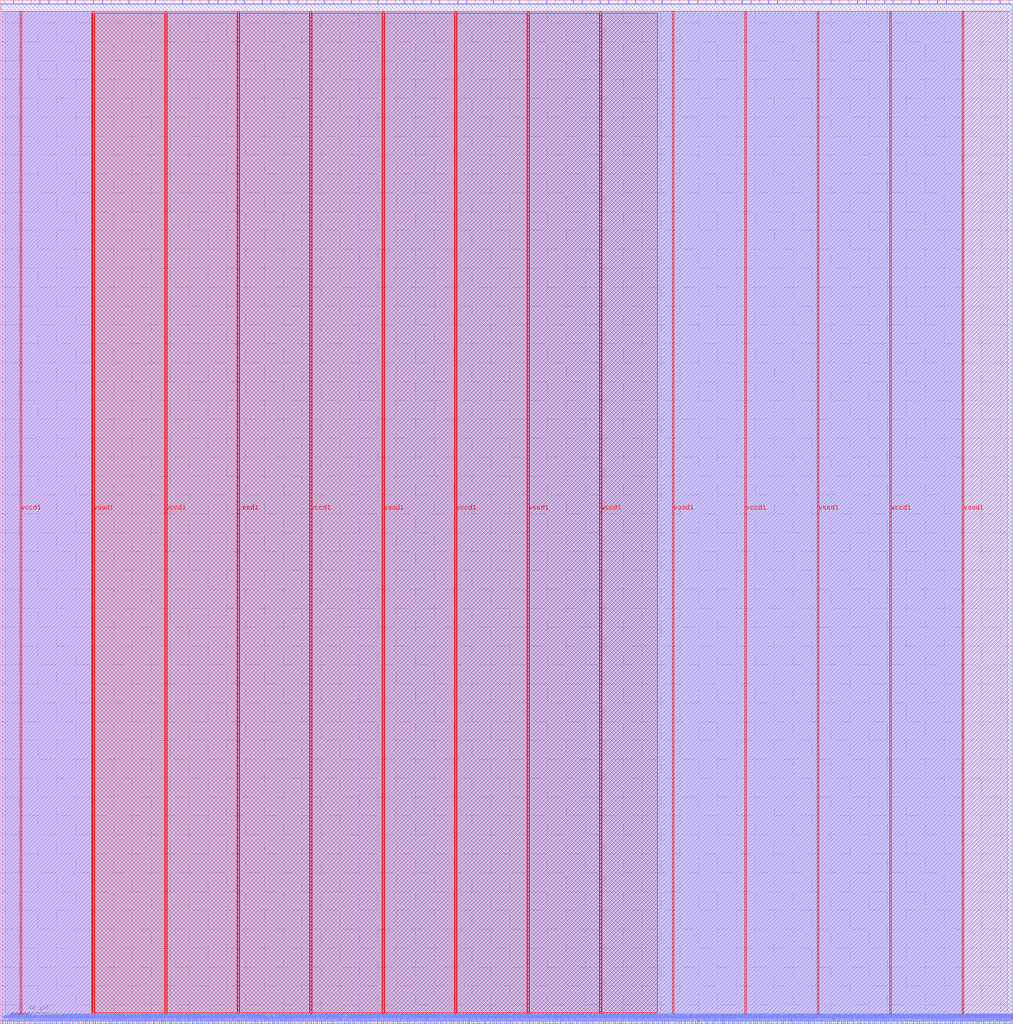
<source format=lef>
VERSION 5.7 ;
  NOWIREEXTENSIONATPIN ON ;
  DIVIDERCHAR "/" ;
  BUSBITCHARS "[]" ;
MACRO btc_miner_top
  CLASS BLOCK ;
  FOREIGN btc_miner_top ;
  ORIGIN 0.000 0.000 ;
  SIZE 1073.220 BY 1083.940 ;
  PIN io_in[0]
    DIRECTION INPUT ;
    USE SIGNAL ;
    PORT
      LAYER met2 ;
        RECT 4.690 1079.940 4.970 1083.940 ;
    END
  END io_in[0]
  PIN io_in[10]
    DIRECTION INPUT ;
    USE SIGNAL ;
    PORT
      LAYER met2 ;
        RECT 286.670 1079.940 286.950 1083.940 ;
    END
  END io_in[10]
  PIN io_in[11]
    DIRECTION INPUT ;
    USE SIGNAL ;
    PORT
      LAYER met2 ;
        RECT 315.190 1079.940 315.470 1083.940 ;
    END
  END io_in[11]
  PIN io_in[12]
    DIRECTION INPUT ;
    USE SIGNAL ;
    PORT
      LAYER met2 ;
        RECT 343.250 1079.940 343.530 1083.940 ;
    END
  END io_in[12]
  PIN io_in[13]
    DIRECTION INPUT ;
    USE SIGNAL ;
    PORT
      LAYER met2 ;
        RECT 371.770 1079.940 372.050 1083.940 ;
    END
  END io_in[13]
  PIN io_in[14]
    DIRECTION INPUT ;
    USE SIGNAL ;
    PORT
      LAYER met2 ;
        RECT 399.830 1079.940 400.110 1083.940 ;
    END
  END io_in[14]
  PIN io_in[15]
    DIRECTION INPUT ;
    USE SIGNAL ;
    PORT
      LAYER met2 ;
        RECT 427.890 1079.940 428.170 1083.940 ;
    END
  END io_in[15]
  PIN io_in[16]
    DIRECTION INPUT ;
    USE SIGNAL ;
    PORT
      LAYER met2 ;
        RECT 456.410 1079.940 456.690 1083.940 ;
    END
  END io_in[16]
  PIN io_in[17]
    DIRECTION INPUT ;
    USE SIGNAL ;
    PORT
      LAYER met2 ;
        RECT 484.470 1079.940 484.750 1083.940 ;
    END
  END io_in[17]
  PIN io_in[18]
    DIRECTION INPUT ;
    USE SIGNAL ;
    PORT
      LAYER met2 ;
        RECT 512.990 1079.940 513.270 1083.940 ;
    END
  END io_in[18]
  PIN io_in[19]
    DIRECTION INPUT ;
    USE SIGNAL ;
    PORT
      LAYER met2 ;
        RECT 541.050 1079.940 541.330 1083.940 ;
    END
  END io_in[19]
  PIN io_in[1]
    DIRECTION INPUT ;
    USE SIGNAL ;
    PORT
      LAYER met2 ;
        RECT 32.750 1079.940 33.030 1083.940 ;
    END
  END io_in[1]
  PIN io_in[20]
    DIRECTION INPUT ;
    USE SIGNAL ;
    PORT
      LAYER met2 ;
        RECT 569.110 1079.940 569.390 1083.940 ;
    END
  END io_in[20]
  PIN io_in[21]
    DIRECTION INPUT ;
    USE SIGNAL ;
    PORT
      LAYER met2 ;
        RECT 597.630 1079.940 597.910 1083.940 ;
    END
  END io_in[21]
  PIN io_in[22]
    DIRECTION INPUT ;
    USE SIGNAL ;
    PORT
      LAYER met2 ;
        RECT 625.690 1079.940 625.970 1083.940 ;
    END
  END io_in[22]
  PIN io_in[23]
    DIRECTION INPUT ;
    USE SIGNAL ;
    PORT
      LAYER met2 ;
        RECT 654.210 1079.940 654.490 1083.940 ;
    END
  END io_in[23]
  PIN io_in[24]
    DIRECTION INPUT ;
    USE SIGNAL ;
    PORT
      LAYER met2 ;
        RECT 682.270 1079.940 682.550 1083.940 ;
    END
  END io_in[24]
  PIN io_in[25]
    DIRECTION INPUT ;
    USE SIGNAL ;
    PORT
      LAYER met2 ;
        RECT 710.330 1079.940 710.610 1083.940 ;
    END
  END io_in[25]
  PIN io_in[26]
    DIRECTION INPUT ;
    USE SIGNAL ;
    PORT
      LAYER met2 ;
        RECT 738.850 1079.940 739.130 1083.940 ;
    END
  END io_in[26]
  PIN io_in[27]
    DIRECTION INPUT ;
    USE SIGNAL ;
    PORT
      LAYER met2 ;
        RECT 766.910 1079.940 767.190 1083.940 ;
    END
  END io_in[27]
  PIN io_in[28]
    DIRECTION INPUT ;
    USE SIGNAL ;
    PORT
      LAYER met2 ;
        RECT 795.430 1079.940 795.710 1083.940 ;
    END
  END io_in[28]
  PIN io_in[29]
    DIRECTION INPUT ;
    USE SIGNAL ;
    PORT
      LAYER met2 ;
        RECT 823.490 1079.940 823.770 1083.940 ;
    END
  END io_in[29]
  PIN io_in[2]
    DIRECTION INPUT ;
    USE SIGNAL ;
    PORT
      LAYER met2 ;
        RECT 60.810 1079.940 61.090 1083.940 ;
    END
  END io_in[2]
  PIN io_in[30]
    DIRECTION INPUT ;
    USE SIGNAL ;
    PORT
      LAYER met2 ;
        RECT 851.550 1079.940 851.830 1083.940 ;
    END
  END io_in[30]
  PIN io_in[31]
    DIRECTION INPUT ;
    USE SIGNAL ;
    PORT
      LAYER met2 ;
        RECT 880.070 1079.940 880.350 1083.940 ;
    END
  END io_in[31]
  PIN io_in[32]
    DIRECTION INPUT ;
    USE SIGNAL ;
    PORT
      LAYER met2 ;
        RECT 908.130 1079.940 908.410 1083.940 ;
    END
  END io_in[32]
  PIN io_in[33]
    DIRECTION INPUT ;
    USE SIGNAL ;
    PORT
      LAYER met2 ;
        RECT 936.650 1079.940 936.930 1083.940 ;
    END
  END io_in[33]
  PIN io_in[34]
    DIRECTION INPUT ;
    USE SIGNAL ;
    PORT
      LAYER met2 ;
        RECT 964.710 1079.940 964.990 1083.940 ;
    END
  END io_in[34]
  PIN io_in[35]
    DIRECTION INPUT ;
    USE SIGNAL ;
    PORT
      LAYER met2 ;
        RECT 992.770 1079.940 993.050 1083.940 ;
    END
  END io_in[35]
  PIN io_in[36]
    DIRECTION INPUT ;
    USE SIGNAL ;
    PORT
      LAYER met2 ;
        RECT 1021.290 1079.940 1021.570 1083.940 ;
    END
  END io_in[36]
  PIN io_in[37]
    DIRECTION INPUT ;
    USE SIGNAL ;
    PORT
      LAYER met2 ;
        RECT 1049.350 1079.940 1049.630 1083.940 ;
    END
  END io_in[37]
  PIN io_in[3]
    DIRECTION INPUT ;
    USE SIGNAL ;
    PORT
      LAYER met2 ;
        RECT 89.330 1079.940 89.610 1083.940 ;
    END
  END io_in[3]
  PIN io_in[4]
    DIRECTION INPUT ;
    USE SIGNAL ;
    PORT
      LAYER met2 ;
        RECT 117.390 1079.940 117.670 1083.940 ;
    END
  END io_in[4]
  PIN io_in[5]
    DIRECTION INPUT ;
    USE SIGNAL ;
    PORT
      LAYER met2 ;
        RECT 145.450 1079.940 145.730 1083.940 ;
    END
  END io_in[5]
  PIN io_in[6]
    DIRECTION INPUT ;
    USE SIGNAL ;
    PORT
      LAYER met2 ;
        RECT 173.970 1079.940 174.250 1083.940 ;
    END
  END io_in[6]
  PIN io_in[7]
    DIRECTION INPUT ;
    USE SIGNAL ;
    PORT
      LAYER met2 ;
        RECT 202.030 1079.940 202.310 1083.940 ;
    END
  END io_in[7]
  PIN io_in[8]
    DIRECTION INPUT ;
    USE SIGNAL ;
    PORT
      LAYER met2 ;
        RECT 230.550 1079.940 230.830 1083.940 ;
    END
  END io_in[8]
  PIN io_in[9]
    DIRECTION INPUT ;
    USE SIGNAL ;
    PORT
      LAYER met2 ;
        RECT 258.610 1079.940 258.890 1083.940 ;
    END
  END io_in[9]
  PIN io_oeb[0]
    DIRECTION OUTPUT TRISTATE ;
    USE SIGNAL ;
    PORT
      LAYER met2 ;
        RECT 13.890 1079.940 14.170 1083.940 ;
    END
  END io_oeb[0]
  PIN io_oeb[10]
    DIRECTION OUTPUT TRISTATE ;
    USE SIGNAL ;
    PORT
      LAYER met2 ;
        RECT 296.330 1079.940 296.610 1083.940 ;
    END
  END io_oeb[10]
  PIN io_oeb[11]
    DIRECTION OUTPUT TRISTATE ;
    USE SIGNAL ;
    PORT
      LAYER met2 ;
        RECT 324.390 1079.940 324.670 1083.940 ;
    END
  END io_oeb[11]
  PIN io_oeb[12]
    DIRECTION OUTPUT TRISTATE ;
    USE SIGNAL ;
    PORT
      LAYER met2 ;
        RECT 352.910 1079.940 353.190 1083.940 ;
    END
  END io_oeb[12]
  PIN io_oeb[13]
    DIRECTION OUTPUT TRISTATE ;
    USE SIGNAL ;
    PORT
      LAYER met2 ;
        RECT 380.970 1079.940 381.250 1083.940 ;
    END
  END io_oeb[13]
  PIN io_oeb[14]
    DIRECTION OUTPUT TRISTATE ;
    USE SIGNAL ;
    PORT
      LAYER met2 ;
        RECT 409.030 1079.940 409.310 1083.940 ;
    END
  END io_oeb[14]
  PIN io_oeb[15]
    DIRECTION OUTPUT TRISTATE ;
    USE SIGNAL ;
    PORT
      LAYER met2 ;
        RECT 437.550 1079.940 437.830 1083.940 ;
    END
  END io_oeb[15]
  PIN io_oeb[16]
    DIRECTION OUTPUT TRISTATE ;
    USE SIGNAL ;
    PORT
      LAYER met2 ;
        RECT 465.610 1079.940 465.890 1083.940 ;
    END
  END io_oeb[16]
  PIN io_oeb[17]
    DIRECTION OUTPUT TRISTATE ;
    USE SIGNAL ;
    PORT
      LAYER met2 ;
        RECT 494.130 1079.940 494.410 1083.940 ;
    END
  END io_oeb[17]
  PIN io_oeb[18]
    DIRECTION OUTPUT TRISTATE ;
    USE SIGNAL ;
    PORT
      LAYER met2 ;
        RECT 522.190 1079.940 522.470 1083.940 ;
    END
  END io_oeb[18]
  PIN io_oeb[19]
    DIRECTION OUTPUT TRISTATE ;
    USE SIGNAL ;
    PORT
      LAYER met2 ;
        RECT 550.250 1079.940 550.530 1083.940 ;
    END
  END io_oeb[19]
  PIN io_oeb[1]
    DIRECTION OUTPUT TRISTATE ;
    USE SIGNAL ;
    PORT
      LAYER met2 ;
        RECT 41.950 1079.940 42.230 1083.940 ;
    END
  END io_oeb[1]
  PIN io_oeb[20]
    DIRECTION OUTPUT TRISTATE ;
    USE SIGNAL ;
    PORT
      LAYER met2 ;
        RECT 578.770 1079.940 579.050 1083.940 ;
    END
  END io_oeb[20]
  PIN io_oeb[21]
    DIRECTION OUTPUT TRISTATE ;
    USE SIGNAL ;
    PORT
      LAYER met2 ;
        RECT 606.830 1079.940 607.110 1083.940 ;
    END
  END io_oeb[21]
  PIN io_oeb[22]
    DIRECTION OUTPUT TRISTATE ;
    USE SIGNAL ;
    PORT
      LAYER met2 ;
        RECT 635.350 1079.940 635.630 1083.940 ;
    END
  END io_oeb[22]
  PIN io_oeb[23]
    DIRECTION OUTPUT TRISTATE ;
    USE SIGNAL ;
    PORT
      LAYER met2 ;
        RECT 663.410 1079.940 663.690 1083.940 ;
    END
  END io_oeb[23]
  PIN io_oeb[24]
    DIRECTION OUTPUT TRISTATE ;
    USE SIGNAL ;
    PORT
      LAYER met2 ;
        RECT 691.470 1079.940 691.750 1083.940 ;
    END
  END io_oeb[24]
  PIN io_oeb[25]
    DIRECTION OUTPUT TRISTATE ;
    USE SIGNAL ;
    PORT
      LAYER met2 ;
        RECT 719.990 1079.940 720.270 1083.940 ;
    END
  END io_oeb[25]
  PIN io_oeb[26]
    DIRECTION OUTPUT TRISTATE ;
    USE SIGNAL ;
    PORT
      LAYER met2 ;
        RECT 748.050 1079.940 748.330 1083.940 ;
    END
  END io_oeb[26]
  PIN io_oeb[27]
    DIRECTION OUTPUT TRISTATE ;
    USE SIGNAL ;
    PORT
      LAYER met2 ;
        RECT 776.570 1079.940 776.850 1083.940 ;
    END
  END io_oeb[27]
  PIN io_oeb[28]
    DIRECTION OUTPUT TRISTATE ;
    USE SIGNAL ;
    PORT
      LAYER met2 ;
        RECT 804.630 1079.940 804.910 1083.940 ;
    END
  END io_oeb[28]
  PIN io_oeb[29]
    DIRECTION OUTPUT TRISTATE ;
    USE SIGNAL ;
    PORT
      LAYER met2 ;
        RECT 832.690 1079.940 832.970 1083.940 ;
    END
  END io_oeb[29]
  PIN io_oeb[2]
    DIRECTION OUTPUT TRISTATE ;
    USE SIGNAL ;
    PORT
      LAYER met2 ;
        RECT 70.470 1079.940 70.750 1083.940 ;
    END
  END io_oeb[2]
  PIN io_oeb[30]
    DIRECTION OUTPUT TRISTATE ;
    USE SIGNAL ;
    PORT
      LAYER met2 ;
        RECT 861.210 1079.940 861.490 1083.940 ;
    END
  END io_oeb[30]
  PIN io_oeb[31]
    DIRECTION OUTPUT TRISTATE ;
    USE SIGNAL ;
    PORT
      LAYER met2 ;
        RECT 889.270 1079.940 889.550 1083.940 ;
    END
  END io_oeb[31]
  PIN io_oeb[32]
    DIRECTION OUTPUT TRISTATE ;
    USE SIGNAL ;
    PORT
      LAYER met2 ;
        RECT 917.790 1079.940 918.070 1083.940 ;
    END
  END io_oeb[32]
  PIN io_oeb[33]
    DIRECTION OUTPUT TRISTATE ;
    USE SIGNAL ;
    PORT
      LAYER met2 ;
        RECT 945.850 1079.940 946.130 1083.940 ;
    END
  END io_oeb[33]
  PIN io_oeb[34]
    DIRECTION OUTPUT TRISTATE ;
    USE SIGNAL ;
    PORT
      LAYER met2 ;
        RECT 973.910 1079.940 974.190 1083.940 ;
    END
  END io_oeb[34]
  PIN io_oeb[35]
    DIRECTION OUTPUT TRISTATE ;
    USE SIGNAL ;
    PORT
      LAYER met2 ;
        RECT 1002.430 1079.940 1002.710 1083.940 ;
    END
  END io_oeb[35]
  PIN io_oeb[36]
    DIRECTION OUTPUT TRISTATE ;
    USE SIGNAL ;
    PORT
      LAYER met2 ;
        RECT 1030.490 1079.940 1030.770 1083.940 ;
    END
  END io_oeb[36]
  PIN io_oeb[37]
    DIRECTION OUTPUT TRISTATE ;
    USE SIGNAL ;
    PORT
      LAYER met2 ;
        RECT 1059.010 1079.940 1059.290 1083.940 ;
    END
  END io_oeb[37]
  PIN io_oeb[3]
    DIRECTION OUTPUT TRISTATE ;
    USE SIGNAL ;
    PORT
      LAYER met2 ;
        RECT 98.530 1079.940 98.810 1083.940 ;
    END
  END io_oeb[3]
  PIN io_oeb[4]
    DIRECTION OUTPUT TRISTATE ;
    USE SIGNAL ;
    PORT
      LAYER met2 ;
        RECT 127.050 1079.940 127.330 1083.940 ;
    END
  END io_oeb[4]
  PIN io_oeb[5]
    DIRECTION OUTPUT TRISTATE ;
    USE SIGNAL ;
    PORT
      LAYER met2 ;
        RECT 155.110 1079.940 155.390 1083.940 ;
    END
  END io_oeb[5]
  PIN io_oeb[6]
    DIRECTION OUTPUT TRISTATE ;
    USE SIGNAL ;
    PORT
      LAYER met2 ;
        RECT 183.170 1079.940 183.450 1083.940 ;
    END
  END io_oeb[6]
  PIN io_oeb[7]
    DIRECTION OUTPUT TRISTATE ;
    USE SIGNAL ;
    PORT
      LAYER met2 ;
        RECT 211.690 1079.940 211.970 1083.940 ;
    END
  END io_oeb[7]
  PIN io_oeb[8]
    DIRECTION OUTPUT TRISTATE ;
    USE SIGNAL ;
    PORT
      LAYER met2 ;
        RECT 239.750 1079.940 240.030 1083.940 ;
    END
  END io_oeb[8]
  PIN io_oeb[9]
    DIRECTION OUTPUT TRISTATE ;
    USE SIGNAL ;
    PORT
      LAYER met2 ;
        RECT 268.270 1079.940 268.550 1083.940 ;
    END
  END io_oeb[9]
  PIN io_out[0]
    DIRECTION OUTPUT TRISTATE ;
    USE SIGNAL ;
    PORT
      LAYER met2 ;
        RECT 23.090 1079.940 23.370 1083.940 ;
    END
  END io_out[0]
  PIN io_out[10]
    DIRECTION OUTPUT TRISTATE ;
    USE SIGNAL ;
    PORT
      LAYER met2 ;
        RECT 305.530 1079.940 305.810 1083.940 ;
    END
  END io_out[10]
  PIN io_out[11]
    DIRECTION OUTPUT TRISTATE ;
    USE SIGNAL ;
    PORT
      LAYER met2 ;
        RECT 334.050 1079.940 334.330 1083.940 ;
    END
  END io_out[11]
  PIN io_out[12]
    DIRECTION OUTPUT TRISTATE ;
    USE SIGNAL ;
    PORT
      LAYER met2 ;
        RECT 362.110 1079.940 362.390 1083.940 ;
    END
  END io_out[12]
  PIN io_out[13]
    DIRECTION OUTPUT TRISTATE ;
    USE SIGNAL ;
    PORT
      LAYER met2 ;
        RECT 390.630 1079.940 390.910 1083.940 ;
    END
  END io_out[13]
  PIN io_out[14]
    DIRECTION OUTPUT TRISTATE ;
    USE SIGNAL ;
    PORT
      LAYER met2 ;
        RECT 418.690 1079.940 418.970 1083.940 ;
    END
  END io_out[14]
  PIN io_out[15]
    DIRECTION OUTPUT TRISTATE ;
    USE SIGNAL ;
    PORT
      LAYER met2 ;
        RECT 446.750 1079.940 447.030 1083.940 ;
    END
  END io_out[15]
  PIN io_out[16]
    DIRECTION OUTPUT TRISTATE ;
    USE SIGNAL ;
    PORT
      LAYER met2 ;
        RECT 475.270 1079.940 475.550 1083.940 ;
    END
  END io_out[16]
  PIN io_out[17]
    DIRECTION OUTPUT TRISTATE ;
    USE SIGNAL ;
    PORT
      LAYER met2 ;
        RECT 503.330 1079.940 503.610 1083.940 ;
    END
  END io_out[17]
  PIN io_out[18]
    DIRECTION OUTPUT TRISTATE ;
    USE SIGNAL ;
    PORT
      LAYER met2 ;
        RECT 531.850 1079.940 532.130 1083.940 ;
    END
  END io_out[18]
  PIN io_out[19]
    DIRECTION OUTPUT TRISTATE ;
    USE SIGNAL ;
    PORT
      LAYER met2 ;
        RECT 559.910 1079.940 560.190 1083.940 ;
    END
  END io_out[19]
  PIN io_out[1]
    DIRECTION OUTPUT TRISTATE ;
    USE SIGNAL ;
    PORT
      LAYER met2 ;
        RECT 51.610 1079.940 51.890 1083.940 ;
    END
  END io_out[1]
  PIN io_out[20]
    DIRECTION OUTPUT TRISTATE ;
    USE SIGNAL ;
    PORT
      LAYER met2 ;
        RECT 587.970 1079.940 588.250 1083.940 ;
    END
  END io_out[20]
  PIN io_out[21]
    DIRECTION OUTPUT TRISTATE ;
    USE SIGNAL ;
    PORT
      LAYER met2 ;
        RECT 616.490 1079.940 616.770 1083.940 ;
    END
  END io_out[21]
  PIN io_out[22]
    DIRECTION OUTPUT TRISTATE ;
    USE SIGNAL ;
    PORT
      LAYER met2 ;
        RECT 644.550 1079.940 644.830 1083.940 ;
    END
  END io_out[22]
  PIN io_out[23]
    DIRECTION OUTPUT TRISTATE ;
    USE SIGNAL ;
    PORT
      LAYER met2 ;
        RECT 673.070 1079.940 673.350 1083.940 ;
    END
  END io_out[23]
  PIN io_out[24]
    DIRECTION OUTPUT TRISTATE ;
    USE SIGNAL ;
    PORT
      LAYER met2 ;
        RECT 701.130 1079.940 701.410 1083.940 ;
    END
  END io_out[24]
  PIN io_out[25]
    DIRECTION OUTPUT TRISTATE ;
    USE SIGNAL ;
    PORT
      LAYER met2 ;
        RECT 729.190 1079.940 729.470 1083.940 ;
    END
  END io_out[25]
  PIN io_out[26]
    DIRECTION OUTPUT TRISTATE ;
    USE SIGNAL ;
    PORT
      LAYER met2 ;
        RECT 757.710 1079.940 757.990 1083.940 ;
    END
  END io_out[26]
  PIN io_out[27]
    DIRECTION OUTPUT TRISTATE ;
    USE SIGNAL ;
    PORT
      LAYER met2 ;
        RECT 785.770 1079.940 786.050 1083.940 ;
    END
  END io_out[27]
  PIN io_out[28]
    DIRECTION OUTPUT TRISTATE ;
    USE SIGNAL ;
    PORT
      LAYER met2 ;
        RECT 813.830 1079.940 814.110 1083.940 ;
    END
  END io_out[28]
  PIN io_out[29]
    DIRECTION OUTPUT TRISTATE ;
    USE SIGNAL ;
    PORT
      LAYER met2 ;
        RECT 842.350 1079.940 842.630 1083.940 ;
    END
  END io_out[29]
  PIN io_out[2]
    DIRECTION OUTPUT TRISTATE ;
    USE SIGNAL ;
    PORT
      LAYER met2 ;
        RECT 79.670 1079.940 79.950 1083.940 ;
    END
  END io_out[2]
  PIN io_out[30]
    DIRECTION OUTPUT TRISTATE ;
    USE SIGNAL ;
    PORT
      LAYER met2 ;
        RECT 870.410 1079.940 870.690 1083.940 ;
    END
  END io_out[30]
  PIN io_out[31]
    DIRECTION OUTPUT TRISTATE ;
    USE SIGNAL ;
    PORT
      LAYER met2 ;
        RECT 898.930 1079.940 899.210 1083.940 ;
    END
  END io_out[31]
  PIN io_out[32]
    DIRECTION OUTPUT TRISTATE ;
    USE SIGNAL ;
    PORT
      LAYER met2 ;
        RECT 926.990 1079.940 927.270 1083.940 ;
    END
  END io_out[32]
  PIN io_out[33]
    DIRECTION OUTPUT TRISTATE ;
    USE SIGNAL ;
    PORT
      LAYER met2 ;
        RECT 955.050 1079.940 955.330 1083.940 ;
    END
  END io_out[33]
  PIN io_out[34]
    DIRECTION OUTPUT TRISTATE ;
    USE SIGNAL ;
    PORT
      LAYER met2 ;
        RECT 983.570 1079.940 983.850 1083.940 ;
    END
  END io_out[34]
  PIN io_out[35]
    DIRECTION OUTPUT TRISTATE ;
    USE SIGNAL ;
    PORT
      LAYER met2 ;
        RECT 1011.630 1079.940 1011.910 1083.940 ;
    END
  END io_out[35]
  PIN io_out[36]
    DIRECTION OUTPUT TRISTATE ;
    USE SIGNAL ;
    PORT
      LAYER met2 ;
        RECT 1040.150 1079.940 1040.430 1083.940 ;
    END
  END io_out[36]
  PIN io_out[37]
    DIRECTION OUTPUT TRISTATE ;
    USE SIGNAL ;
    PORT
      LAYER met2 ;
        RECT 1068.210 1079.940 1068.490 1083.940 ;
    END
  END io_out[37]
  PIN io_out[3]
    DIRECTION OUTPUT TRISTATE ;
    USE SIGNAL ;
    PORT
      LAYER met2 ;
        RECT 108.190 1079.940 108.470 1083.940 ;
    END
  END io_out[3]
  PIN io_out[4]
    DIRECTION OUTPUT TRISTATE ;
    USE SIGNAL ;
    PORT
      LAYER met2 ;
        RECT 136.250 1079.940 136.530 1083.940 ;
    END
  END io_out[4]
  PIN io_out[5]
    DIRECTION OUTPUT TRISTATE ;
    USE SIGNAL ;
    PORT
      LAYER met2 ;
        RECT 164.310 1079.940 164.590 1083.940 ;
    END
  END io_out[5]
  PIN io_out[6]
    DIRECTION OUTPUT TRISTATE ;
    USE SIGNAL ;
    PORT
      LAYER met2 ;
        RECT 192.830 1079.940 193.110 1083.940 ;
    END
  END io_out[6]
  PIN io_out[7]
    DIRECTION OUTPUT TRISTATE ;
    USE SIGNAL ;
    PORT
      LAYER met2 ;
        RECT 220.890 1079.940 221.170 1083.940 ;
    END
  END io_out[7]
  PIN io_out[8]
    DIRECTION OUTPUT TRISTATE ;
    USE SIGNAL ;
    PORT
      LAYER met2 ;
        RECT 249.410 1079.940 249.690 1083.940 ;
    END
  END io_out[8]
  PIN io_out[9]
    DIRECTION OUTPUT TRISTATE ;
    USE SIGNAL ;
    PORT
      LAYER met2 ;
        RECT 277.470 1079.940 277.750 1083.940 ;
    END
  END io_out[9]
  PIN irq[0]
    DIRECTION OUTPUT TRISTATE ;
    USE SIGNAL ;
    PORT
      LAYER met2 ;
        RECT 1067.290 0.000 1067.570 4.000 ;
    END
  END irq[0]
  PIN irq[1]
    DIRECTION OUTPUT TRISTATE ;
    USE SIGNAL ;
    PORT
      LAYER met2 ;
        RECT 1069.590 0.000 1069.870 4.000 ;
    END
  END irq[1]
  PIN irq[2]
    DIRECTION OUTPUT TRISTATE ;
    USE SIGNAL ;
    PORT
      LAYER met2 ;
        RECT 1071.890 0.000 1072.170 4.000 ;
    END
  END irq[2]
  PIN la_data_in[0]
    DIRECTION INPUT ;
    USE SIGNAL ;
    PORT
      LAYER met2 ;
        RECT 231.470 0.000 231.750 4.000 ;
    END
  END la_data_in[0]
  PIN la_data_in[100]
    DIRECTION INPUT ;
    USE SIGNAL ;
    PORT
      LAYER met2 ;
        RECT 884.670 0.000 884.950 4.000 ;
    END
  END la_data_in[100]
  PIN la_data_in[101]
    DIRECTION INPUT ;
    USE SIGNAL ;
    PORT
      LAYER met2 ;
        RECT 891.110 0.000 891.390 4.000 ;
    END
  END la_data_in[101]
  PIN la_data_in[102]
    DIRECTION INPUT ;
    USE SIGNAL ;
    PORT
      LAYER met2 ;
        RECT 897.550 0.000 897.830 4.000 ;
    END
  END la_data_in[102]
  PIN la_data_in[103]
    DIRECTION INPUT ;
    USE SIGNAL ;
    PORT
      LAYER met2 ;
        RECT 903.990 0.000 904.270 4.000 ;
    END
  END la_data_in[103]
  PIN la_data_in[104]
    DIRECTION INPUT ;
    USE SIGNAL ;
    PORT
      LAYER met2 ;
        RECT 910.890 0.000 911.170 4.000 ;
    END
  END la_data_in[104]
  PIN la_data_in[105]
    DIRECTION INPUT ;
    USE SIGNAL ;
    PORT
      LAYER met2 ;
        RECT 917.330 0.000 917.610 4.000 ;
    END
  END la_data_in[105]
  PIN la_data_in[106]
    DIRECTION INPUT ;
    USE SIGNAL ;
    PORT
      LAYER met2 ;
        RECT 923.770 0.000 924.050 4.000 ;
    END
  END la_data_in[106]
  PIN la_data_in[107]
    DIRECTION INPUT ;
    USE SIGNAL ;
    PORT
      LAYER met2 ;
        RECT 930.210 0.000 930.490 4.000 ;
    END
  END la_data_in[107]
  PIN la_data_in[108]
    DIRECTION INPUT ;
    USE SIGNAL ;
    PORT
      LAYER met2 ;
        RECT 936.650 0.000 936.930 4.000 ;
    END
  END la_data_in[108]
  PIN la_data_in[109]
    DIRECTION INPUT ;
    USE SIGNAL ;
    PORT
      LAYER met2 ;
        RECT 943.550 0.000 943.830 4.000 ;
    END
  END la_data_in[109]
  PIN la_data_in[10]
    DIRECTION INPUT ;
    USE SIGNAL ;
    PORT
      LAYER met2 ;
        RECT 296.790 0.000 297.070 4.000 ;
    END
  END la_data_in[10]
  PIN la_data_in[110]
    DIRECTION INPUT ;
    USE SIGNAL ;
    PORT
      LAYER met2 ;
        RECT 949.990 0.000 950.270 4.000 ;
    END
  END la_data_in[110]
  PIN la_data_in[111]
    DIRECTION INPUT ;
    USE SIGNAL ;
    PORT
      LAYER met2 ;
        RECT 956.430 0.000 956.710 4.000 ;
    END
  END la_data_in[111]
  PIN la_data_in[112]
    DIRECTION INPUT ;
    USE SIGNAL ;
    PORT
      LAYER met2 ;
        RECT 962.870 0.000 963.150 4.000 ;
    END
  END la_data_in[112]
  PIN la_data_in[113]
    DIRECTION INPUT ;
    USE SIGNAL ;
    PORT
      LAYER met2 ;
        RECT 969.310 0.000 969.590 4.000 ;
    END
  END la_data_in[113]
  PIN la_data_in[114]
    DIRECTION INPUT ;
    USE SIGNAL ;
    PORT
      LAYER met2 ;
        RECT 976.210 0.000 976.490 4.000 ;
    END
  END la_data_in[114]
  PIN la_data_in[115]
    DIRECTION INPUT ;
    USE SIGNAL ;
    PORT
      LAYER met2 ;
        RECT 982.650 0.000 982.930 4.000 ;
    END
  END la_data_in[115]
  PIN la_data_in[116]
    DIRECTION INPUT ;
    USE SIGNAL ;
    PORT
      LAYER met2 ;
        RECT 989.090 0.000 989.370 4.000 ;
    END
  END la_data_in[116]
  PIN la_data_in[117]
    DIRECTION INPUT ;
    USE SIGNAL ;
    PORT
      LAYER met2 ;
        RECT 995.530 0.000 995.810 4.000 ;
    END
  END la_data_in[117]
  PIN la_data_in[118]
    DIRECTION INPUT ;
    USE SIGNAL ;
    PORT
      LAYER met2 ;
        RECT 1001.970 0.000 1002.250 4.000 ;
    END
  END la_data_in[118]
  PIN la_data_in[119]
    DIRECTION INPUT ;
    USE SIGNAL ;
    PORT
      LAYER met2 ;
        RECT 1008.870 0.000 1009.150 4.000 ;
    END
  END la_data_in[119]
  PIN la_data_in[11]
    DIRECTION INPUT ;
    USE SIGNAL ;
    PORT
      LAYER met2 ;
        RECT 303.230 0.000 303.510 4.000 ;
    END
  END la_data_in[11]
  PIN la_data_in[120]
    DIRECTION INPUT ;
    USE SIGNAL ;
    PORT
      LAYER met2 ;
        RECT 1015.310 0.000 1015.590 4.000 ;
    END
  END la_data_in[120]
  PIN la_data_in[121]
    DIRECTION INPUT ;
    USE SIGNAL ;
    PORT
      LAYER met2 ;
        RECT 1021.750 0.000 1022.030 4.000 ;
    END
  END la_data_in[121]
  PIN la_data_in[122]
    DIRECTION INPUT ;
    USE SIGNAL ;
    PORT
      LAYER met2 ;
        RECT 1028.190 0.000 1028.470 4.000 ;
    END
  END la_data_in[122]
  PIN la_data_in[123]
    DIRECTION INPUT ;
    USE SIGNAL ;
    PORT
      LAYER met2 ;
        RECT 1034.630 0.000 1034.910 4.000 ;
    END
  END la_data_in[123]
  PIN la_data_in[124]
    DIRECTION INPUT ;
    USE SIGNAL ;
    PORT
      LAYER met2 ;
        RECT 1041.530 0.000 1041.810 4.000 ;
    END
  END la_data_in[124]
  PIN la_data_in[125]
    DIRECTION INPUT ;
    USE SIGNAL ;
    PORT
      LAYER met2 ;
        RECT 1047.970 0.000 1048.250 4.000 ;
    END
  END la_data_in[125]
  PIN la_data_in[126]
    DIRECTION INPUT ;
    USE SIGNAL ;
    PORT
      LAYER met2 ;
        RECT 1054.410 0.000 1054.690 4.000 ;
    END
  END la_data_in[126]
  PIN la_data_in[127]
    DIRECTION INPUT ;
    USE SIGNAL ;
    PORT
      LAYER met2 ;
        RECT 1060.850 0.000 1061.130 4.000 ;
    END
  END la_data_in[127]
  PIN la_data_in[12]
    DIRECTION INPUT ;
    USE SIGNAL ;
    PORT
      LAYER met2 ;
        RECT 309.670 0.000 309.950 4.000 ;
    END
  END la_data_in[12]
  PIN la_data_in[13]
    DIRECTION INPUT ;
    USE SIGNAL ;
    PORT
      LAYER met2 ;
        RECT 316.570 0.000 316.850 4.000 ;
    END
  END la_data_in[13]
  PIN la_data_in[14]
    DIRECTION INPUT ;
    USE SIGNAL ;
    PORT
      LAYER met2 ;
        RECT 323.010 0.000 323.290 4.000 ;
    END
  END la_data_in[14]
  PIN la_data_in[15]
    DIRECTION INPUT ;
    USE SIGNAL ;
    PORT
      LAYER met2 ;
        RECT 329.450 0.000 329.730 4.000 ;
    END
  END la_data_in[15]
  PIN la_data_in[16]
    DIRECTION INPUT ;
    USE SIGNAL ;
    PORT
      LAYER met2 ;
        RECT 335.890 0.000 336.170 4.000 ;
    END
  END la_data_in[16]
  PIN la_data_in[17]
    DIRECTION INPUT ;
    USE SIGNAL ;
    PORT
      LAYER met2 ;
        RECT 342.330 0.000 342.610 4.000 ;
    END
  END la_data_in[17]
  PIN la_data_in[18]
    DIRECTION INPUT ;
    USE SIGNAL ;
    PORT
      LAYER met2 ;
        RECT 349.230 0.000 349.510 4.000 ;
    END
  END la_data_in[18]
  PIN la_data_in[19]
    DIRECTION INPUT ;
    USE SIGNAL ;
    PORT
      LAYER met2 ;
        RECT 355.670 0.000 355.950 4.000 ;
    END
  END la_data_in[19]
  PIN la_data_in[1]
    DIRECTION INPUT ;
    USE SIGNAL ;
    PORT
      LAYER met2 ;
        RECT 237.910 0.000 238.190 4.000 ;
    END
  END la_data_in[1]
  PIN la_data_in[20]
    DIRECTION INPUT ;
    USE SIGNAL ;
    PORT
      LAYER met2 ;
        RECT 362.110 0.000 362.390 4.000 ;
    END
  END la_data_in[20]
  PIN la_data_in[21]
    DIRECTION INPUT ;
    USE SIGNAL ;
    PORT
      LAYER met2 ;
        RECT 368.550 0.000 368.830 4.000 ;
    END
  END la_data_in[21]
  PIN la_data_in[22]
    DIRECTION INPUT ;
    USE SIGNAL ;
    PORT
      LAYER met2 ;
        RECT 374.990 0.000 375.270 4.000 ;
    END
  END la_data_in[22]
  PIN la_data_in[23]
    DIRECTION INPUT ;
    USE SIGNAL ;
    PORT
      LAYER met2 ;
        RECT 381.890 0.000 382.170 4.000 ;
    END
  END la_data_in[23]
  PIN la_data_in[24]
    DIRECTION INPUT ;
    USE SIGNAL ;
    PORT
      LAYER met2 ;
        RECT 388.330 0.000 388.610 4.000 ;
    END
  END la_data_in[24]
  PIN la_data_in[25]
    DIRECTION INPUT ;
    USE SIGNAL ;
    PORT
      LAYER met2 ;
        RECT 394.770 0.000 395.050 4.000 ;
    END
  END la_data_in[25]
  PIN la_data_in[26]
    DIRECTION INPUT ;
    USE SIGNAL ;
    PORT
      LAYER met2 ;
        RECT 401.210 0.000 401.490 4.000 ;
    END
  END la_data_in[26]
  PIN la_data_in[27]
    DIRECTION INPUT ;
    USE SIGNAL ;
    PORT
      LAYER met2 ;
        RECT 407.650 0.000 407.930 4.000 ;
    END
  END la_data_in[27]
  PIN la_data_in[28]
    DIRECTION INPUT ;
    USE SIGNAL ;
    PORT
      LAYER met2 ;
        RECT 414.550 0.000 414.830 4.000 ;
    END
  END la_data_in[28]
  PIN la_data_in[29]
    DIRECTION INPUT ;
    USE SIGNAL ;
    PORT
      LAYER met2 ;
        RECT 420.990 0.000 421.270 4.000 ;
    END
  END la_data_in[29]
  PIN la_data_in[2]
    DIRECTION INPUT ;
    USE SIGNAL ;
    PORT
      LAYER met2 ;
        RECT 244.810 0.000 245.090 4.000 ;
    END
  END la_data_in[2]
  PIN la_data_in[30]
    DIRECTION INPUT ;
    USE SIGNAL ;
    PORT
      LAYER met2 ;
        RECT 427.430 0.000 427.710 4.000 ;
    END
  END la_data_in[30]
  PIN la_data_in[31]
    DIRECTION INPUT ;
    USE SIGNAL ;
    PORT
      LAYER met2 ;
        RECT 433.870 0.000 434.150 4.000 ;
    END
  END la_data_in[31]
  PIN la_data_in[32]
    DIRECTION INPUT ;
    USE SIGNAL ;
    PORT
      LAYER met2 ;
        RECT 440.310 0.000 440.590 4.000 ;
    END
  END la_data_in[32]
  PIN la_data_in[33]
    DIRECTION INPUT ;
    USE SIGNAL ;
    PORT
      LAYER met2 ;
        RECT 447.210 0.000 447.490 4.000 ;
    END
  END la_data_in[33]
  PIN la_data_in[34]
    DIRECTION INPUT ;
    USE SIGNAL ;
    PORT
      LAYER met2 ;
        RECT 453.650 0.000 453.930 4.000 ;
    END
  END la_data_in[34]
  PIN la_data_in[35]
    DIRECTION INPUT ;
    USE SIGNAL ;
    PORT
      LAYER met2 ;
        RECT 460.090 0.000 460.370 4.000 ;
    END
  END la_data_in[35]
  PIN la_data_in[36]
    DIRECTION INPUT ;
    USE SIGNAL ;
    PORT
      LAYER met2 ;
        RECT 466.530 0.000 466.810 4.000 ;
    END
  END la_data_in[36]
  PIN la_data_in[37]
    DIRECTION INPUT ;
    USE SIGNAL ;
    PORT
      LAYER met2 ;
        RECT 472.970 0.000 473.250 4.000 ;
    END
  END la_data_in[37]
  PIN la_data_in[38]
    DIRECTION INPUT ;
    USE SIGNAL ;
    PORT
      LAYER met2 ;
        RECT 479.870 0.000 480.150 4.000 ;
    END
  END la_data_in[38]
  PIN la_data_in[39]
    DIRECTION INPUT ;
    USE SIGNAL ;
    PORT
      LAYER met2 ;
        RECT 486.310 0.000 486.590 4.000 ;
    END
  END la_data_in[39]
  PIN la_data_in[3]
    DIRECTION INPUT ;
    USE SIGNAL ;
    PORT
      LAYER met2 ;
        RECT 251.250 0.000 251.530 4.000 ;
    END
  END la_data_in[3]
  PIN la_data_in[40]
    DIRECTION INPUT ;
    USE SIGNAL ;
    PORT
      LAYER met2 ;
        RECT 492.750 0.000 493.030 4.000 ;
    END
  END la_data_in[40]
  PIN la_data_in[41]
    DIRECTION INPUT ;
    USE SIGNAL ;
    PORT
      LAYER met2 ;
        RECT 499.190 0.000 499.470 4.000 ;
    END
  END la_data_in[41]
  PIN la_data_in[42]
    DIRECTION INPUT ;
    USE SIGNAL ;
    PORT
      LAYER met2 ;
        RECT 505.630 0.000 505.910 4.000 ;
    END
  END la_data_in[42]
  PIN la_data_in[43]
    DIRECTION INPUT ;
    USE SIGNAL ;
    PORT
      LAYER met2 ;
        RECT 512.530 0.000 512.810 4.000 ;
    END
  END la_data_in[43]
  PIN la_data_in[44]
    DIRECTION INPUT ;
    USE SIGNAL ;
    PORT
      LAYER met2 ;
        RECT 518.970 0.000 519.250 4.000 ;
    END
  END la_data_in[44]
  PIN la_data_in[45]
    DIRECTION INPUT ;
    USE SIGNAL ;
    PORT
      LAYER met2 ;
        RECT 525.410 0.000 525.690 4.000 ;
    END
  END la_data_in[45]
  PIN la_data_in[46]
    DIRECTION INPUT ;
    USE SIGNAL ;
    PORT
      LAYER met2 ;
        RECT 531.850 0.000 532.130 4.000 ;
    END
  END la_data_in[46]
  PIN la_data_in[47]
    DIRECTION INPUT ;
    USE SIGNAL ;
    PORT
      LAYER met2 ;
        RECT 538.290 0.000 538.570 4.000 ;
    END
  END la_data_in[47]
  PIN la_data_in[48]
    DIRECTION INPUT ;
    USE SIGNAL ;
    PORT
      LAYER met2 ;
        RECT 545.190 0.000 545.470 4.000 ;
    END
  END la_data_in[48]
  PIN la_data_in[49]
    DIRECTION INPUT ;
    USE SIGNAL ;
    PORT
      LAYER met2 ;
        RECT 551.630 0.000 551.910 4.000 ;
    END
  END la_data_in[49]
  PIN la_data_in[4]
    DIRECTION INPUT ;
    USE SIGNAL ;
    PORT
      LAYER met2 ;
        RECT 257.690 0.000 257.970 4.000 ;
    END
  END la_data_in[4]
  PIN la_data_in[50]
    DIRECTION INPUT ;
    USE SIGNAL ;
    PORT
      LAYER met2 ;
        RECT 558.070 0.000 558.350 4.000 ;
    END
  END la_data_in[50]
  PIN la_data_in[51]
    DIRECTION INPUT ;
    USE SIGNAL ;
    PORT
      LAYER met2 ;
        RECT 564.510 0.000 564.790 4.000 ;
    END
  END la_data_in[51]
  PIN la_data_in[52]
    DIRECTION INPUT ;
    USE SIGNAL ;
    PORT
      LAYER met2 ;
        RECT 570.950 0.000 571.230 4.000 ;
    END
  END la_data_in[52]
  PIN la_data_in[53]
    DIRECTION INPUT ;
    USE SIGNAL ;
    PORT
      LAYER met2 ;
        RECT 577.850 0.000 578.130 4.000 ;
    END
  END la_data_in[53]
  PIN la_data_in[54]
    DIRECTION INPUT ;
    USE SIGNAL ;
    PORT
      LAYER met2 ;
        RECT 584.290 0.000 584.570 4.000 ;
    END
  END la_data_in[54]
  PIN la_data_in[55]
    DIRECTION INPUT ;
    USE SIGNAL ;
    PORT
      LAYER met2 ;
        RECT 590.730 0.000 591.010 4.000 ;
    END
  END la_data_in[55]
  PIN la_data_in[56]
    DIRECTION INPUT ;
    USE SIGNAL ;
    PORT
      LAYER met2 ;
        RECT 597.170 0.000 597.450 4.000 ;
    END
  END la_data_in[56]
  PIN la_data_in[57]
    DIRECTION INPUT ;
    USE SIGNAL ;
    PORT
      LAYER met2 ;
        RECT 603.610 0.000 603.890 4.000 ;
    END
  END la_data_in[57]
  PIN la_data_in[58]
    DIRECTION INPUT ;
    USE SIGNAL ;
    PORT
      LAYER met2 ;
        RECT 610.510 0.000 610.790 4.000 ;
    END
  END la_data_in[58]
  PIN la_data_in[59]
    DIRECTION INPUT ;
    USE SIGNAL ;
    PORT
      LAYER met2 ;
        RECT 616.950 0.000 617.230 4.000 ;
    END
  END la_data_in[59]
  PIN la_data_in[5]
    DIRECTION INPUT ;
    USE SIGNAL ;
    PORT
      LAYER met2 ;
        RECT 264.130 0.000 264.410 4.000 ;
    END
  END la_data_in[5]
  PIN la_data_in[60]
    DIRECTION INPUT ;
    USE SIGNAL ;
    PORT
      LAYER met2 ;
        RECT 623.390 0.000 623.670 4.000 ;
    END
  END la_data_in[60]
  PIN la_data_in[61]
    DIRECTION INPUT ;
    USE SIGNAL ;
    PORT
      LAYER met2 ;
        RECT 629.830 0.000 630.110 4.000 ;
    END
  END la_data_in[61]
  PIN la_data_in[62]
    DIRECTION INPUT ;
    USE SIGNAL ;
    PORT
      LAYER met2 ;
        RECT 636.270 0.000 636.550 4.000 ;
    END
  END la_data_in[62]
  PIN la_data_in[63]
    DIRECTION INPUT ;
    USE SIGNAL ;
    PORT
      LAYER met2 ;
        RECT 643.170 0.000 643.450 4.000 ;
    END
  END la_data_in[63]
  PIN la_data_in[64]
    DIRECTION INPUT ;
    USE SIGNAL ;
    PORT
      LAYER met2 ;
        RECT 649.610 0.000 649.890 4.000 ;
    END
  END la_data_in[64]
  PIN la_data_in[65]
    DIRECTION INPUT ;
    USE SIGNAL ;
    PORT
      LAYER met2 ;
        RECT 656.050 0.000 656.330 4.000 ;
    END
  END la_data_in[65]
  PIN la_data_in[66]
    DIRECTION INPUT ;
    USE SIGNAL ;
    PORT
      LAYER met2 ;
        RECT 662.490 0.000 662.770 4.000 ;
    END
  END la_data_in[66]
  PIN la_data_in[67]
    DIRECTION INPUT ;
    USE SIGNAL ;
    PORT
      LAYER met2 ;
        RECT 668.930 0.000 669.210 4.000 ;
    END
  END la_data_in[67]
  PIN la_data_in[68]
    DIRECTION INPUT ;
    USE SIGNAL ;
    PORT
      LAYER met2 ;
        RECT 675.370 0.000 675.650 4.000 ;
    END
  END la_data_in[68]
  PIN la_data_in[69]
    DIRECTION INPUT ;
    USE SIGNAL ;
    PORT
      LAYER met2 ;
        RECT 682.270 0.000 682.550 4.000 ;
    END
  END la_data_in[69]
  PIN la_data_in[6]
    DIRECTION INPUT ;
    USE SIGNAL ;
    PORT
      LAYER met2 ;
        RECT 270.570 0.000 270.850 4.000 ;
    END
  END la_data_in[6]
  PIN la_data_in[70]
    DIRECTION INPUT ;
    USE SIGNAL ;
    PORT
      LAYER met2 ;
        RECT 688.710 0.000 688.990 4.000 ;
    END
  END la_data_in[70]
  PIN la_data_in[71]
    DIRECTION INPUT ;
    USE SIGNAL ;
    PORT
      LAYER met2 ;
        RECT 695.150 0.000 695.430 4.000 ;
    END
  END la_data_in[71]
  PIN la_data_in[72]
    DIRECTION INPUT ;
    USE SIGNAL ;
    PORT
      LAYER met2 ;
        RECT 701.590 0.000 701.870 4.000 ;
    END
  END la_data_in[72]
  PIN la_data_in[73]
    DIRECTION INPUT ;
    USE SIGNAL ;
    PORT
      LAYER met2 ;
        RECT 708.030 0.000 708.310 4.000 ;
    END
  END la_data_in[73]
  PIN la_data_in[74]
    DIRECTION INPUT ;
    USE SIGNAL ;
    PORT
      LAYER met2 ;
        RECT 714.930 0.000 715.210 4.000 ;
    END
  END la_data_in[74]
  PIN la_data_in[75]
    DIRECTION INPUT ;
    USE SIGNAL ;
    PORT
      LAYER met2 ;
        RECT 721.370 0.000 721.650 4.000 ;
    END
  END la_data_in[75]
  PIN la_data_in[76]
    DIRECTION INPUT ;
    USE SIGNAL ;
    PORT
      LAYER met2 ;
        RECT 727.810 0.000 728.090 4.000 ;
    END
  END la_data_in[76]
  PIN la_data_in[77]
    DIRECTION INPUT ;
    USE SIGNAL ;
    PORT
      LAYER met2 ;
        RECT 734.250 0.000 734.530 4.000 ;
    END
  END la_data_in[77]
  PIN la_data_in[78]
    DIRECTION INPUT ;
    USE SIGNAL ;
    PORT
      LAYER met2 ;
        RECT 740.690 0.000 740.970 4.000 ;
    END
  END la_data_in[78]
  PIN la_data_in[79]
    DIRECTION INPUT ;
    USE SIGNAL ;
    PORT
      LAYER met2 ;
        RECT 747.590 0.000 747.870 4.000 ;
    END
  END la_data_in[79]
  PIN la_data_in[7]
    DIRECTION INPUT ;
    USE SIGNAL ;
    PORT
      LAYER met2 ;
        RECT 277.010 0.000 277.290 4.000 ;
    END
  END la_data_in[7]
  PIN la_data_in[80]
    DIRECTION INPUT ;
    USE SIGNAL ;
    PORT
      LAYER met2 ;
        RECT 754.030 0.000 754.310 4.000 ;
    END
  END la_data_in[80]
  PIN la_data_in[81]
    DIRECTION INPUT ;
    USE SIGNAL ;
    PORT
      LAYER met2 ;
        RECT 760.470 0.000 760.750 4.000 ;
    END
  END la_data_in[81]
  PIN la_data_in[82]
    DIRECTION INPUT ;
    USE SIGNAL ;
    PORT
      LAYER met2 ;
        RECT 766.910 0.000 767.190 4.000 ;
    END
  END la_data_in[82]
  PIN la_data_in[83]
    DIRECTION INPUT ;
    USE SIGNAL ;
    PORT
      LAYER met2 ;
        RECT 773.350 0.000 773.630 4.000 ;
    END
  END la_data_in[83]
  PIN la_data_in[84]
    DIRECTION INPUT ;
    USE SIGNAL ;
    PORT
      LAYER met2 ;
        RECT 780.250 0.000 780.530 4.000 ;
    END
  END la_data_in[84]
  PIN la_data_in[85]
    DIRECTION INPUT ;
    USE SIGNAL ;
    PORT
      LAYER met2 ;
        RECT 786.690 0.000 786.970 4.000 ;
    END
  END la_data_in[85]
  PIN la_data_in[86]
    DIRECTION INPUT ;
    USE SIGNAL ;
    PORT
      LAYER met2 ;
        RECT 793.130 0.000 793.410 4.000 ;
    END
  END la_data_in[86]
  PIN la_data_in[87]
    DIRECTION INPUT ;
    USE SIGNAL ;
    PORT
      LAYER met2 ;
        RECT 799.570 0.000 799.850 4.000 ;
    END
  END la_data_in[87]
  PIN la_data_in[88]
    DIRECTION INPUT ;
    USE SIGNAL ;
    PORT
      LAYER met2 ;
        RECT 806.010 0.000 806.290 4.000 ;
    END
  END la_data_in[88]
  PIN la_data_in[89]
    DIRECTION INPUT ;
    USE SIGNAL ;
    PORT
      LAYER met2 ;
        RECT 812.910 0.000 813.190 4.000 ;
    END
  END la_data_in[89]
  PIN la_data_in[8]
    DIRECTION INPUT ;
    USE SIGNAL ;
    PORT
      LAYER met2 ;
        RECT 283.910 0.000 284.190 4.000 ;
    END
  END la_data_in[8]
  PIN la_data_in[90]
    DIRECTION INPUT ;
    USE SIGNAL ;
    PORT
      LAYER met2 ;
        RECT 819.350 0.000 819.630 4.000 ;
    END
  END la_data_in[90]
  PIN la_data_in[91]
    DIRECTION INPUT ;
    USE SIGNAL ;
    PORT
      LAYER met2 ;
        RECT 825.790 0.000 826.070 4.000 ;
    END
  END la_data_in[91]
  PIN la_data_in[92]
    DIRECTION INPUT ;
    USE SIGNAL ;
    PORT
      LAYER met2 ;
        RECT 832.230 0.000 832.510 4.000 ;
    END
  END la_data_in[92]
  PIN la_data_in[93]
    DIRECTION INPUT ;
    USE SIGNAL ;
    PORT
      LAYER met2 ;
        RECT 838.670 0.000 838.950 4.000 ;
    END
  END la_data_in[93]
  PIN la_data_in[94]
    DIRECTION INPUT ;
    USE SIGNAL ;
    PORT
      LAYER met2 ;
        RECT 845.570 0.000 845.850 4.000 ;
    END
  END la_data_in[94]
  PIN la_data_in[95]
    DIRECTION INPUT ;
    USE SIGNAL ;
    PORT
      LAYER met2 ;
        RECT 852.010 0.000 852.290 4.000 ;
    END
  END la_data_in[95]
  PIN la_data_in[96]
    DIRECTION INPUT ;
    USE SIGNAL ;
    PORT
      LAYER met2 ;
        RECT 858.450 0.000 858.730 4.000 ;
    END
  END la_data_in[96]
  PIN la_data_in[97]
    DIRECTION INPUT ;
    USE SIGNAL ;
    PORT
      LAYER met2 ;
        RECT 864.890 0.000 865.170 4.000 ;
    END
  END la_data_in[97]
  PIN la_data_in[98]
    DIRECTION INPUT ;
    USE SIGNAL ;
    PORT
      LAYER met2 ;
        RECT 871.330 0.000 871.610 4.000 ;
    END
  END la_data_in[98]
  PIN la_data_in[99]
    DIRECTION INPUT ;
    USE SIGNAL ;
    PORT
      LAYER met2 ;
        RECT 878.230 0.000 878.510 4.000 ;
    END
  END la_data_in[99]
  PIN la_data_in[9]
    DIRECTION INPUT ;
    USE SIGNAL ;
    PORT
      LAYER met2 ;
        RECT 290.350 0.000 290.630 4.000 ;
    END
  END la_data_in[9]
  PIN la_data_out[0]
    DIRECTION OUTPUT TRISTATE ;
    USE SIGNAL ;
    PORT
      LAYER met2 ;
        RECT 233.770 0.000 234.050 4.000 ;
    END
  END la_data_out[0]
  PIN la_data_out[100]
    DIRECTION OUTPUT TRISTATE ;
    USE SIGNAL ;
    PORT
      LAYER met2 ;
        RECT 886.970 0.000 887.250 4.000 ;
    END
  END la_data_out[100]
  PIN la_data_out[101]
    DIRECTION OUTPUT TRISTATE ;
    USE SIGNAL ;
    PORT
      LAYER met2 ;
        RECT 893.410 0.000 893.690 4.000 ;
    END
  END la_data_out[101]
  PIN la_data_out[102]
    DIRECTION OUTPUT TRISTATE ;
    USE SIGNAL ;
    PORT
      LAYER met2 ;
        RECT 899.850 0.000 900.130 4.000 ;
    END
  END la_data_out[102]
  PIN la_data_out[103]
    DIRECTION OUTPUT TRISTATE ;
    USE SIGNAL ;
    PORT
      LAYER met2 ;
        RECT 906.290 0.000 906.570 4.000 ;
    END
  END la_data_out[103]
  PIN la_data_out[104]
    DIRECTION OUTPUT TRISTATE ;
    USE SIGNAL ;
    PORT
      LAYER met2 ;
        RECT 912.730 0.000 913.010 4.000 ;
    END
  END la_data_out[104]
  PIN la_data_out[105]
    DIRECTION OUTPUT TRISTATE ;
    USE SIGNAL ;
    PORT
      LAYER met2 ;
        RECT 919.630 0.000 919.910 4.000 ;
    END
  END la_data_out[105]
  PIN la_data_out[106]
    DIRECTION OUTPUT TRISTATE ;
    USE SIGNAL ;
    PORT
      LAYER met2 ;
        RECT 926.070 0.000 926.350 4.000 ;
    END
  END la_data_out[106]
  PIN la_data_out[107]
    DIRECTION OUTPUT TRISTATE ;
    USE SIGNAL ;
    PORT
      LAYER met2 ;
        RECT 932.510 0.000 932.790 4.000 ;
    END
  END la_data_out[107]
  PIN la_data_out[108]
    DIRECTION OUTPUT TRISTATE ;
    USE SIGNAL ;
    PORT
      LAYER met2 ;
        RECT 938.950 0.000 939.230 4.000 ;
    END
  END la_data_out[108]
  PIN la_data_out[109]
    DIRECTION OUTPUT TRISTATE ;
    USE SIGNAL ;
    PORT
      LAYER met2 ;
        RECT 945.390 0.000 945.670 4.000 ;
    END
  END la_data_out[109]
  PIN la_data_out[10]
    DIRECTION OUTPUT TRISTATE ;
    USE SIGNAL ;
    PORT
      LAYER met2 ;
        RECT 299.090 0.000 299.370 4.000 ;
    END
  END la_data_out[10]
  PIN la_data_out[110]
    DIRECTION OUTPUT TRISTATE ;
    USE SIGNAL ;
    PORT
      LAYER met2 ;
        RECT 951.830 0.000 952.110 4.000 ;
    END
  END la_data_out[110]
  PIN la_data_out[111]
    DIRECTION OUTPUT TRISTATE ;
    USE SIGNAL ;
    PORT
      LAYER met2 ;
        RECT 958.730 0.000 959.010 4.000 ;
    END
  END la_data_out[111]
  PIN la_data_out[112]
    DIRECTION OUTPUT TRISTATE ;
    USE SIGNAL ;
    PORT
      LAYER met2 ;
        RECT 965.170 0.000 965.450 4.000 ;
    END
  END la_data_out[112]
  PIN la_data_out[113]
    DIRECTION OUTPUT TRISTATE ;
    USE SIGNAL ;
    PORT
      LAYER met2 ;
        RECT 971.610 0.000 971.890 4.000 ;
    END
  END la_data_out[113]
  PIN la_data_out[114]
    DIRECTION OUTPUT TRISTATE ;
    USE SIGNAL ;
    PORT
      LAYER met2 ;
        RECT 978.050 0.000 978.330 4.000 ;
    END
  END la_data_out[114]
  PIN la_data_out[115]
    DIRECTION OUTPUT TRISTATE ;
    USE SIGNAL ;
    PORT
      LAYER met2 ;
        RECT 984.490 0.000 984.770 4.000 ;
    END
  END la_data_out[115]
  PIN la_data_out[116]
    DIRECTION OUTPUT TRISTATE ;
    USE SIGNAL ;
    PORT
      LAYER met2 ;
        RECT 991.390 0.000 991.670 4.000 ;
    END
  END la_data_out[116]
  PIN la_data_out[117]
    DIRECTION OUTPUT TRISTATE ;
    USE SIGNAL ;
    PORT
      LAYER met2 ;
        RECT 997.830 0.000 998.110 4.000 ;
    END
  END la_data_out[117]
  PIN la_data_out[118]
    DIRECTION OUTPUT TRISTATE ;
    USE SIGNAL ;
    PORT
      LAYER met2 ;
        RECT 1004.270 0.000 1004.550 4.000 ;
    END
  END la_data_out[118]
  PIN la_data_out[119]
    DIRECTION OUTPUT TRISTATE ;
    USE SIGNAL ;
    PORT
      LAYER met2 ;
        RECT 1010.710 0.000 1010.990 4.000 ;
    END
  END la_data_out[119]
  PIN la_data_out[11]
    DIRECTION OUTPUT TRISTATE ;
    USE SIGNAL ;
    PORT
      LAYER met2 ;
        RECT 305.530 0.000 305.810 4.000 ;
    END
  END la_data_out[11]
  PIN la_data_out[120]
    DIRECTION OUTPUT TRISTATE ;
    USE SIGNAL ;
    PORT
      LAYER met2 ;
        RECT 1017.150 0.000 1017.430 4.000 ;
    END
  END la_data_out[120]
  PIN la_data_out[121]
    DIRECTION OUTPUT TRISTATE ;
    USE SIGNAL ;
    PORT
      LAYER met2 ;
        RECT 1024.050 0.000 1024.330 4.000 ;
    END
  END la_data_out[121]
  PIN la_data_out[122]
    DIRECTION OUTPUT TRISTATE ;
    USE SIGNAL ;
    PORT
      LAYER met2 ;
        RECT 1030.490 0.000 1030.770 4.000 ;
    END
  END la_data_out[122]
  PIN la_data_out[123]
    DIRECTION OUTPUT TRISTATE ;
    USE SIGNAL ;
    PORT
      LAYER met2 ;
        RECT 1036.930 0.000 1037.210 4.000 ;
    END
  END la_data_out[123]
  PIN la_data_out[124]
    DIRECTION OUTPUT TRISTATE ;
    USE SIGNAL ;
    PORT
      LAYER met2 ;
        RECT 1043.370 0.000 1043.650 4.000 ;
    END
  END la_data_out[124]
  PIN la_data_out[125]
    DIRECTION OUTPUT TRISTATE ;
    USE SIGNAL ;
    PORT
      LAYER met2 ;
        RECT 1049.810 0.000 1050.090 4.000 ;
    END
  END la_data_out[125]
  PIN la_data_out[126]
    DIRECTION OUTPUT TRISTATE ;
    USE SIGNAL ;
    PORT
      LAYER met2 ;
        RECT 1056.710 0.000 1056.990 4.000 ;
    END
  END la_data_out[126]
  PIN la_data_out[127]
    DIRECTION OUTPUT TRISTATE ;
    USE SIGNAL ;
    PORT
      LAYER met2 ;
        RECT 1063.150 0.000 1063.430 4.000 ;
    END
  END la_data_out[127]
  PIN la_data_out[12]
    DIRECTION OUTPUT TRISTATE ;
    USE SIGNAL ;
    PORT
      LAYER met2 ;
        RECT 311.970 0.000 312.250 4.000 ;
    END
  END la_data_out[12]
  PIN la_data_out[13]
    DIRECTION OUTPUT TRISTATE ;
    USE SIGNAL ;
    PORT
      LAYER met2 ;
        RECT 318.410 0.000 318.690 4.000 ;
    END
  END la_data_out[13]
  PIN la_data_out[14]
    DIRECTION OUTPUT TRISTATE ;
    USE SIGNAL ;
    PORT
      LAYER met2 ;
        RECT 325.310 0.000 325.590 4.000 ;
    END
  END la_data_out[14]
  PIN la_data_out[15]
    DIRECTION OUTPUT TRISTATE ;
    USE SIGNAL ;
    PORT
      LAYER met2 ;
        RECT 331.750 0.000 332.030 4.000 ;
    END
  END la_data_out[15]
  PIN la_data_out[16]
    DIRECTION OUTPUT TRISTATE ;
    USE SIGNAL ;
    PORT
      LAYER met2 ;
        RECT 338.190 0.000 338.470 4.000 ;
    END
  END la_data_out[16]
  PIN la_data_out[17]
    DIRECTION OUTPUT TRISTATE ;
    USE SIGNAL ;
    PORT
      LAYER met2 ;
        RECT 344.630 0.000 344.910 4.000 ;
    END
  END la_data_out[17]
  PIN la_data_out[18]
    DIRECTION OUTPUT TRISTATE ;
    USE SIGNAL ;
    PORT
      LAYER met2 ;
        RECT 351.070 0.000 351.350 4.000 ;
    END
  END la_data_out[18]
  PIN la_data_out[19]
    DIRECTION OUTPUT TRISTATE ;
    USE SIGNAL ;
    PORT
      LAYER met2 ;
        RECT 357.970 0.000 358.250 4.000 ;
    END
  END la_data_out[19]
  PIN la_data_out[1]
    DIRECTION OUTPUT TRISTATE ;
    USE SIGNAL ;
    PORT
      LAYER met2 ;
        RECT 240.210 0.000 240.490 4.000 ;
    END
  END la_data_out[1]
  PIN la_data_out[20]
    DIRECTION OUTPUT TRISTATE ;
    USE SIGNAL ;
    PORT
      LAYER met2 ;
        RECT 364.410 0.000 364.690 4.000 ;
    END
  END la_data_out[20]
  PIN la_data_out[21]
    DIRECTION OUTPUT TRISTATE ;
    USE SIGNAL ;
    PORT
      LAYER met2 ;
        RECT 370.850 0.000 371.130 4.000 ;
    END
  END la_data_out[21]
  PIN la_data_out[22]
    DIRECTION OUTPUT TRISTATE ;
    USE SIGNAL ;
    PORT
      LAYER met2 ;
        RECT 377.290 0.000 377.570 4.000 ;
    END
  END la_data_out[22]
  PIN la_data_out[23]
    DIRECTION OUTPUT TRISTATE ;
    USE SIGNAL ;
    PORT
      LAYER met2 ;
        RECT 383.730 0.000 384.010 4.000 ;
    END
  END la_data_out[23]
  PIN la_data_out[24]
    DIRECTION OUTPUT TRISTATE ;
    USE SIGNAL ;
    PORT
      LAYER met2 ;
        RECT 390.630 0.000 390.910 4.000 ;
    END
  END la_data_out[24]
  PIN la_data_out[25]
    DIRECTION OUTPUT TRISTATE ;
    USE SIGNAL ;
    PORT
      LAYER met2 ;
        RECT 397.070 0.000 397.350 4.000 ;
    END
  END la_data_out[25]
  PIN la_data_out[26]
    DIRECTION OUTPUT TRISTATE ;
    USE SIGNAL ;
    PORT
      LAYER met2 ;
        RECT 403.510 0.000 403.790 4.000 ;
    END
  END la_data_out[26]
  PIN la_data_out[27]
    DIRECTION OUTPUT TRISTATE ;
    USE SIGNAL ;
    PORT
      LAYER met2 ;
        RECT 409.950 0.000 410.230 4.000 ;
    END
  END la_data_out[27]
  PIN la_data_out[28]
    DIRECTION OUTPUT TRISTATE ;
    USE SIGNAL ;
    PORT
      LAYER met2 ;
        RECT 416.390 0.000 416.670 4.000 ;
    END
  END la_data_out[28]
  PIN la_data_out[29]
    DIRECTION OUTPUT TRISTATE ;
    USE SIGNAL ;
    PORT
      LAYER met2 ;
        RECT 423.290 0.000 423.570 4.000 ;
    END
  END la_data_out[29]
  PIN la_data_out[2]
    DIRECTION OUTPUT TRISTATE ;
    USE SIGNAL ;
    PORT
      LAYER met2 ;
        RECT 246.650 0.000 246.930 4.000 ;
    END
  END la_data_out[2]
  PIN la_data_out[30]
    DIRECTION OUTPUT TRISTATE ;
    USE SIGNAL ;
    PORT
      LAYER met2 ;
        RECT 429.730 0.000 430.010 4.000 ;
    END
  END la_data_out[30]
  PIN la_data_out[31]
    DIRECTION OUTPUT TRISTATE ;
    USE SIGNAL ;
    PORT
      LAYER met2 ;
        RECT 436.170 0.000 436.450 4.000 ;
    END
  END la_data_out[31]
  PIN la_data_out[32]
    DIRECTION OUTPUT TRISTATE ;
    USE SIGNAL ;
    PORT
      LAYER met2 ;
        RECT 442.610 0.000 442.890 4.000 ;
    END
  END la_data_out[32]
  PIN la_data_out[33]
    DIRECTION OUTPUT TRISTATE ;
    USE SIGNAL ;
    PORT
      LAYER met2 ;
        RECT 449.050 0.000 449.330 4.000 ;
    END
  END la_data_out[33]
  PIN la_data_out[34]
    DIRECTION OUTPUT TRISTATE ;
    USE SIGNAL ;
    PORT
      LAYER met2 ;
        RECT 455.950 0.000 456.230 4.000 ;
    END
  END la_data_out[34]
  PIN la_data_out[35]
    DIRECTION OUTPUT TRISTATE ;
    USE SIGNAL ;
    PORT
      LAYER met2 ;
        RECT 462.390 0.000 462.670 4.000 ;
    END
  END la_data_out[35]
  PIN la_data_out[36]
    DIRECTION OUTPUT TRISTATE ;
    USE SIGNAL ;
    PORT
      LAYER met2 ;
        RECT 468.830 0.000 469.110 4.000 ;
    END
  END la_data_out[36]
  PIN la_data_out[37]
    DIRECTION OUTPUT TRISTATE ;
    USE SIGNAL ;
    PORT
      LAYER met2 ;
        RECT 475.270 0.000 475.550 4.000 ;
    END
  END la_data_out[37]
  PIN la_data_out[38]
    DIRECTION OUTPUT TRISTATE ;
    USE SIGNAL ;
    PORT
      LAYER met2 ;
        RECT 481.710 0.000 481.990 4.000 ;
    END
  END la_data_out[38]
  PIN la_data_out[39]
    DIRECTION OUTPUT TRISTATE ;
    USE SIGNAL ;
    PORT
      LAYER met2 ;
        RECT 488.610 0.000 488.890 4.000 ;
    END
  END la_data_out[39]
  PIN la_data_out[3]
    DIRECTION OUTPUT TRISTATE ;
    USE SIGNAL ;
    PORT
      LAYER met2 ;
        RECT 253.090 0.000 253.370 4.000 ;
    END
  END la_data_out[3]
  PIN la_data_out[40]
    DIRECTION OUTPUT TRISTATE ;
    USE SIGNAL ;
    PORT
      LAYER met2 ;
        RECT 495.050 0.000 495.330 4.000 ;
    END
  END la_data_out[40]
  PIN la_data_out[41]
    DIRECTION OUTPUT TRISTATE ;
    USE SIGNAL ;
    PORT
      LAYER met2 ;
        RECT 501.490 0.000 501.770 4.000 ;
    END
  END la_data_out[41]
  PIN la_data_out[42]
    DIRECTION OUTPUT TRISTATE ;
    USE SIGNAL ;
    PORT
      LAYER met2 ;
        RECT 507.930 0.000 508.210 4.000 ;
    END
  END la_data_out[42]
  PIN la_data_out[43]
    DIRECTION OUTPUT TRISTATE ;
    USE SIGNAL ;
    PORT
      LAYER met2 ;
        RECT 514.370 0.000 514.650 4.000 ;
    END
  END la_data_out[43]
  PIN la_data_out[44]
    DIRECTION OUTPUT TRISTATE ;
    USE SIGNAL ;
    PORT
      LAYER met2 ;
        RECT 521.270 0.000 521.550 4.000 ;
    END
  END la_data_out[44]
  PIN la_data_out[45]
    DIRECTION OUTPUT TRISTATE ;
    USE SIGNAL ;
    PORT
      LAYER met2 ;
        RECT 527.710 0.000 527.990 4.000 ;
    END
  END la_data_out[45]
  PIN la_data_out[46]
    DIRECTION OUTPUT TRISTATE ;
    USE SIGNAL ;
    PORT
      LAYER met2 ;
        RECT 534.150 0.000 534.430 4.000 ;
    END
  END la_data_out[46]
  PIN la_data_out[47]
    DIRECTION OUTPUT TRISTATE ;
    USE SIGNAL ;
    PORT
      LAYER met2 ;
        RECT 540.590 0.000 540.870 4.000 ;
    END
  END la_data_out[47]
  PIN la_data_out[48]
    DIRECTION OUTPUT TRISTATE ;
    USE SIGNAL ;
    PORT
      LAYER met2 ;
        RECT 547.030 0.000 547.310 4.000 ;
    END
  END la_data_out[48]
  PIN la_data_out[49]
    DIRECTION OUTPUT TRISTATE ;
    USE SIGNAL ;
    PORT
      LAYER met2 ;
        RECT 553.470 0.000 553.750 4.000 ;
    END
  END la_data_out[49]
  PIN la_data_out[4]
    DIRECTION OUTPUT TRISTATE ;
    USE SIGNAL ;
    PORT
      LAYER met2 ;
        RECT 259.990 0.000 260.270 4.000 ;
    END
  END la_data_out[4]
  PIN la_data_out[50]
    DIRECTION OUTPUT TRISTATE ;
    USE SIGNAL ;
    PORT
      LAYER met2 ;
        RECT 560.370 0.000 560.650 4.000 ;
    END
  END la_data_out[50]
  PIN la_data_out[51]
    DIRECTION OUTPUT TRISTATE ;
    USE SIGNAL ;
    PORT
      LAYER met2 ;
        RECT 566.810 0.000 567.090 4.000 ;
    END
  END la_data_out[51]
  PIN la_data_out[52]
    DIRECTION OUTPUT TRISTATE ;
    USE SIGNAL ;
    PORT
      LAYER met2 ;
        RECT 573.250 0.000 573.530 4.000 ;
    END
  END la_data_out[52]
  PIN la_data_out[53]
    DIRECTION OUTPUT TRISTATE ;
    USE SIGNAL ;
    PORT
      LAYER met2 ;
        RECT 579.690 0.000 579.970 4.000 ;
    END
  END la_data_out[53]
  PIN la_data_out[54]
    DIRECTION OUTPUT TRISTATE ;
    USE SIGNAL ;
    PORT
      LAYER met2 ;
        RECT 586.130 0.000 586.410 4.000 ;
    END
  END la_data_out[54]
  PIN la_data_out[55]
    DIRECTION OUTPUT TRISTATE ;
    USE SIGNAL ;
    PORT
      LAYER met2 ;
        RECT 593.030 0.000 593.310 4.000 ;
    END
  END la_data_out[55]
  PIN la_data_out[56]
    DIRECTION OUTPUT TRISTATE ;
    USE SIGNAL ;
    PORT
      LAYER met2 ;
        RECT 599.470 0.000 599.750 4.000 ;
    END
  END la_data_out[56]
  PIN la_data_out[57]
    DIRECTION OUTPUT TRISTATE ;
    USE SIGNAL ;
    PORT
      LAYER met2 ;
        RECT 605.910 0.000 606.190 4.000 ;
    END
  END la_data_out[57]
  PIN la_data_out[58]
    DIRECTION OUTPUT TRISTATE ;
    USE SIGNAL ;
    PORT
      LAYER met2 ;
        RECT 612.350 0.000 612.630 4.000 ;
    END
  END la_data_out[58]
  PIN la_data_out[59]
    DIRECTION OUTPUT TRISTATE ;
    USE SIGNAL ;
    PORT
      LAYER met2 ;
        RECT 618.790 0.000 619.070 4.000 ;
    END
  END la_data_out[59]
  PIN la_data_out[5]
    DIRECTION OUTPUT TRISTATE ;
    USE SIGNAL ;
    PORT
      LAYER met2 ;
        RECT 266.430 0.000 266.710 4.000 ;
    END
  END la_data_out[5]
  PIN la_data_out[60]
    DIRECTION OUTPUT TRISTATE ;
    USE SIGNAL ;
    PORT
      LAYER met2 ;
        RECT 625.690 0.000 625.970 4.000 ;
    END
  END la_data_out[60]
  PIN la_data_out[61]
    DIRECTION OUTPUT TRISTATE ;
    USE SIGNAL ;
    PORT
      LAYER met2 ;
        RECT 632.130 0.000 632.410 4.000 ;
    END
  END la_data_out[61]
  PIN la_data_out[62]
    DIRECTION OUTPUT TRISTATE ;
    USE SIGNAL ;
    PORT
      LAYER met2 ;
        RECT 638.570 0.000 638.850 4.000 ;
    END
  END la_data_out[62]
  PIN la_data_out[63]
    DIRECTION OUTPUT TRISTATE ;
    USE SIGNAL ;
    PORT
      LAYER met2 ;
        RECT 645.010 0.000 645.290 4.000 ;
    END
  END la_data_out[63]
  PIN la_data_out[64]
    DIRECTION OUTPUT TRISTATE ;
    USE SIGNAL ;
    PORT
      LAYER met2 ;
        RECT 651.450 0.000 651.730 4.000 ;
    END
  END la_data_out[64]
  PIN la_data_out[65]
    DIRECTION OUTPUT TRISTATE ;
    USE SIGNAL ;
    PORT
      LAYER met2 ;
        RECT 658.350 0.000 658.630 4.000 ;
    END
  END la_data_out[65]
  PIN la_data_out[66]
    DIRECTION OUTPUT TRISTATE ;
    USE SIGNAL ;
    PORT
      LAYER met2 ;
        RECT 664.790 0.000 665.070 4.000 ;
    END
  END la_data_out[66]
  PIN la_data_out[67]
    DIRECTION OUTPUT TRISTATE ;
    USE SIGNAL ;
    PORT
      LAYER met2 ;
        RECT 671.230 0.000 671.510 4.000 ;
    END
  END la_data_out[67]
  PIN la_data_out[68]
    DIRECTION OUTPUT TRISTATE ;
    USE SIGNAL ;
    PORT
      LAYER met2 ;
        RECT 677.670 0.000 677.950 4.000 ;
    END
  END la_data_out[68]
  PIN la_data_out[69]
    DIRECTION OUTPUT TRISTATE ;
    USE SIGNAL ;
    PORT
      LAYER met2 ;
        RECT 684.110 0.000 684.390 4.000 ;
    END
  END la_data_out[69]
  PIN la_data_out[6]
    DIRECTION OUTPUT TRISTATE ;
    USE SIGNAL ;
    PORT
      LAYER met2 ;
        RECT 272.870 0.000 273.150 4.000 ;
    END
  END la_data_out[6]
  PIN la_data_out[70]
    DIRECTION OUTPUT TRISTATE ;
    USE SIGNAL ;
    PORT
      LAYER met2 ;
        RECT 691.010 0.000 691.290 4.000 ;
    END
  END la_data_out[70]
  PIN la_data_out[71]
    DIRECTION OUTPUT TRISTATE ;
    USE SIGNAL ;
    PORT
      LAYER met2 ;
        RECT 697.450 0.000 697.730 4.000 ;
    END
  END la_data_out[71]
  PIN la_data_out[72]
    DIRECTION OUTPUT TRISTATE ;
    USE SIGNAL ;
    PORT
      LAYER met2 ;
        RECT 703.890 0.000 704.170 4.000 ;
    END
  END la_data_out[72]
  PIN la_data_out[73]
    DIRECTION OUTPUT TRISTATE ;
    USE SIGNAL ;
    PORT
      LAYER met2 ;
        RECT 710.330 0.000 710.610 4.000 ;
    END
  END la_data_out[73]
  PIN la_data_out[74]
    DIRECTION OUTPUT TRISTATE ;
    USE SIGNAL ;
    PORT
      LAYER met2 ;
        RECT 716.770 0.000 717.050 4.000 ;
    END
  END la_data_out[74]
  PIN la_data_out[75]
    DIRECTION OUTPUT TRISTATE ;
    USE SIGNAL ;
    PORT
      LAYER met2 ;
        RECT 723.670 0.000 723.950 4.000 ;
    END
  END la_data_out[75]
  PIN la_data_out[76]
    DIRECTION OUTPUT TRISTATE ;
    USE SIGNAL ;
    PORT
      LAYER met2 ;
        RECT 730.110 0.000 730.390 4.000 ;
    END
  END la_data_out[76]
  PIN la_data_out[77]
    DIRECTION OUTPUT TRISTATE ;
    USE SIGNAL ;
    PORT
      LAYER met2 ;
        RECT 736.550 0.000 736.830 4.000 ;
    END
  END la_data_out[77]
  PIN la_data_out[78]
    DIRECTION OUTPUT TRISTATE ;
    USE SIGNAL ;
    PORT
      LAYER met2 ;
        RECT 742.990 0.000 743.270 4.000 ;
    END
  END la_data_out[78]
  PIN la_data_out[79]
    DIRECTION OUTPUT TRISTATE ;
    USE SIGNAL ;
    PORT
      LAYER met2 ;
        RECT 749.430 0.000 749.710 4.000 ;
    END
  END la_data_out[79]
  PIN la_data_out[7]
    DIRECTION OUTPUT TRISTATE ;
    USE SIGNAL ;
    PORT
      LAYER met2 ;
        RECT 279.310 0.000 279.590 4.000 ;
    END
  END la_data_out[7]
  PIN la_data_out[80]
    DIRECTION OUTPUT TRISTATE ;
    USE SIGNAL ;
    PORT
      LAYER met2 ;
        RECT 756.330 0.000 756.610 4.000 ;
    END
  END la_data_out[80]
  PIN la_data_out[81]
    DIRECTION OUTPUT TRISTATE ;
    USE SIGNAL ;
    PORT
      LAYER met2 ;
        RECT 762.770 0.000 763.050 4.000 ;
    END
  END la_data_out[81]
  PIN la_data_out[82]
    DIRECTION OUTPUT TRISTATE ;
    USE SIGNAL ;
    PORT
      LAYER met2 ;
        RECT 769.210 0.000 769.490 4.000 ;
    END
  END la_data_out[82]
  PIN la_data_out[83]
    DIRECTION OUTPUT TRISTATE ;
    USE SIGNAL ;
    PORT
      LAYER met2 ;
        RECT 775.650 0.000 775.930 4.000 ;
    END
  END la_data_out[83]
  PIN la_data_out[84]
    DIRECTION OUTPUT TRISTATE ;
    USE SIGNAL ;
    PORT
      LAYER met2 ;
        RECT 782.090 0.000 782.370 4.000 ;
    END
  END la_data_out[84]
  PIN la_data_out[85]
    DIRECTION OUTPUT TRISTATE ;
    USE SIGNAL ;
    PORT
      LAYER met2 ;
        RECT 788.990 0.000 789.270 4.000 ;
    END
  END la_data_out[85]
  PIN la_data_out[86]
    DIRECTION OUTPUT TRISTATE ;
    USE SIGNAL ;
    PORT
      LAYER met2 ;
        RECT 795.430 0.000 795.710 4.000 ;
    END
  END la_data_out[86]
  PIN la_data_out[87]
    DIRECTION OUTPUT TRISTATE ;
    USE SIGNAL ;
    PORT
      LAYER met2 ;
        RECT 801.870 0.000 802.150 4.000 ;
    END
  END la_data_out[87]
  PIN la_data_out[88]
    DIRECTION OUTPUT TRISTATE ;
    USE SIGNAL ;
    PORT
      LAYER met2 ;
        RECT 808.310 0.000 808.590 4.000 ;
    END
  END la_data_out[88]
  PIN la_data_out[89]
    DIRECTION OUTPUT TRISTATE ;
    USE SIGNAL ;
    PORT
      LAYER met2 ;
        RECT 814.750 0.000 815.030 4.000 ;
    END
  END la_data_out[89]
  PIN la_data_out[8]
    DIRECTION OUTPUT TRISTATE ;
    USE SIGNAL ;
    PORT
      LAYER met2 ;
        RECT 285.750 0.000 286.030 4.000 ;
    END
  END la_data_out[8]
  PIN la_data_out[90]
    DIRECTION OUTPUT TRISTATE ;
    USE SIGNAL ;
    PORT
      LAYER met2 ;
        RECT 821.650 0.000 821.930 4.000 ;
    END
  END la_data_out[90]
  PIN la_data_out[91]
    DIRECTION OUTPUT TRISTATE ;
    USE SIGNAL ;
    PORT
      LAYER met2 ;
        RECT 828.090 0.000 828.370 4.000 ;
    END
  END la_data_out[91]
  PIN la_data_out[92]
    DIRECTION OUTPUT TRISTATE ;
    USE SIGNAL ;
    PORT
      LAYER met2 ;
        RECT 834.530 0.000 834.810 4.000 ;
    END
  END la_data_out[92]
  PIN la_data_out[93]
    DIRECTION OUTPUT TRISTATE ;
    USE SIGNAL ;
    PORT
      LAYER met2 ;
        RECT 840.970 0.000 841.250 4.000 ;
    END
  END la_data_out[93]
  PIN la_data_out[94]
    DIRECTION OUTPUT TRISTATE ;
    USE SIGNAL ;
    PORT
      LAYER met2 ;
        RECT 847.410 0.000 847.690 4.000 ;
    END
  END la_data_out[94]
  PIN la_data_out[95]
    DIRECTION OUTPUT TRISTATE ;
    USE SIGNAL ;
    PORT
      LAYER met2 ;
        RECT 854.310 0.000 854.590 4.000 ;
    END
  END la_data_out[95]
  PIN la_data_out[96]
    DIRECTION OUTPUT TRISTATE ;
    USE SIGNAL ;
    PORT
      LAYER met2 ;
        RECT 860.750 0.000 861.030 4.000 ;
    END
  END la_data_out[96]
  PIN la_data_out[97]
    DIRECTION OUTPUT TRISTATE ;
    USE SIGNAL ;
    PORT
      LAYER met2 ;
        RECT 867.190 0.000 867.470 4.000 ;
    END
  END la_data_out[97]
  PIN la_data_out[98]
    DIRECTION OUTPUT TRISTATE ;
    USE SIGNAL ;
    PORT
      LAYER met2 ;
        RECT 873.630 0.000 873.910 4.000 ;
    END
  END la_data_out[98]
  PIN la_data_out[99]
    DIRECTION OUTPUT TRISTATE ;
    USE SIGNAL ;
    PORT
      LAYER met2 ;
        RECT 880.070 0.000 880.350 4.000 ;
    END
  END la_data_out[99]
  PIN la_data_out[9]
    DIRECTION OUTPUT TRISTATE ;
    USE SIGNAL ;
    PORT
      LAYER met2 ;
        RECT 292.650 0.000 292.930 4.000 ;
    END
  END la_data_out[9]
  PIN la_oenb[0]
    DIRECTION INPUT ;
    USE SIGNAL ;
    PORT
      LAYER met2 ;
        RECT 236.070 0.000 236.350 4.000 ;
    END
  END la_oenb[0]
  PIN la_oenb[100]
    DIRECTION INPUT ;
    USE SIGNAL ;
    PORT
      LAYER met2 ;
        RECT 888.810 0.000 889.090 4.000 ;
    END
  END la_oenb[100]
  PIN la_oenb[101]
    DIRECTION INPUT ;
    USE SIGNAL ;
    PORT
      LAYER met2 ;
        RECT 895.250 0.000 895.530 4.000 ;
    END
  END la_oenb[101]
  PIN la_oenb[102]
    DIRECTION INPUT ;
    USE SIGNAL ;
    PORT
      LAYER met2 ;
        RECT 902.150 0.000 902.430 4.000 ;
    END
  END la_oenb[102]
  PIN la_oenb[103]
    DIRECTION INPUT ;
    USE SIGNAL ;
    PORT
      LAYER met2 ;
        RECT 908.590 0.000 908.870 4.000 ;
    END
  END la_oenb[103]
  PIN la_oenb[104]
    DIRECTION INPUT ;
    USE SIGNAL ;
    PORT
      LAYER met2 ;
        RECT 915.030 0.000 915.310 4.000 ;
    END
  END la_oenb[104]
  PIN la_oenb[105]
    DIRECTION INPUT ;
    USE SIGNAL ;
    PORT
      LAYER met2 ;
        RECT 921.470 0.000 921.750 4.000 ;
    END
  END la_oenb[105]
  PIN la_oenb[106]
    DIRECTION INPUT ;
    USE SIGNAL ;
    PORT
      LAYER met2 ;
        RECT 927.910 0.000 928.190 4.000 ;
    END
  END la_oenb[106]
  PIN la_oenb[107]
    DIRECTION INPUT ;
    USE SIGNAL ;
    PORT
      LAYER met2 ;
        RECT 934.810 0.000 935.090 4.000 ;
    END
  END la_oenb[107]
  PIN la_oenb[108]
    DIRECTION INPUT ;
    USE SIGNAL ;
    PORT
      LAYER met2 ;
        RECT 941.250 0.000 941.530 4.000 ;
    END
  END la_oenb[108]
  PIN la_oenb[109]
    DIRECTION INPUT ;
    USE SIGNAL ;
    PORT
      LAYER met2 ;
        RECT 947.690 0.000 947.970 4.000 ;
    END
  END la_oenb[109]
  PIN la_oenb[10]
    DIRECTION INPUT ;
    USE SIGNAL ;
    PORT
      LAYER met2 ;
        RECT 301.390 0.000 301.670 4.000 ;
    END
  END la_oenb[10]
  PIN la_oenb[110]
    DIRECTION INPUT ;
    USE SIGNAL ;
    PORT
      LAYER met2 ;
        RECT 954.130 0.000 954.410 4.000 ;
    END
  END la_oenb[110]
  PIN la_oenb[111]
    DIRECTION INPUT ;
    USE SIGNAL ;
    PORT
      LAYER met2 ;
        RECT 960.570 0.000 960.850 4.000 ;
    END
  END la_oenb[111]
  PIN la_oenb[112]
    DIRECTION INPUT ;
    USE SIGNAL ;
    PORT
      LAYER met2 ;
        RECT 967.470 0.000 967.750 4.000 ;
    END
  END la_oenb[112]
  PIN la_oenb[113]
    DIRECTION INPUT ;
    USE SIGNAL ;
    PORT
      LAYER met2 ;
        RECT 973.910 0.000 974.190 4.000 ;
    END
  END la_oenb[113]
  PIN la_oenb[114]
    DIRECTION INPUT ;
    USE SIGNAL ;
    PORT
      LAYER met2 ;
        RECT 980.350 0.000 980.630 4.000 ;
    END
  END la_oenb[114]
  PIN la_oenb[115]
    DIRECTION INPUT ;
    USE SIGNAL ;
    PORT
      LAYER met2 ;
        RECT 986.790 0.000 987.070 4.000 ;
    END
  END la_oenb[115]
  PIN la_oenb[116]
    DIRECTION INPUT ;
    USE SIGNAL ;
    PORT
      LAYER met2 ;
        RECT 993.230 0.000 993.510 4.000 ;
    END
  END la_oenb[116]
  PIN la_oenb[117]
    DIRECTION INPUT ;
    USE SIGNAL ;
    PORT
      LAYER met2 ;
        RECT 1000.130 0.000 1000.410 4.000 ;
    END
  END la_oenb[117]
  PIN la_oenb[118]
    DIRECTION INPUT ;
    USE SIGNAL ;
    PORT
      LAYER met2 ;
        RECT 1006.570 0.000 1006.850 4.000 ;
    END
  END la_oenb[118]
  PIN la_oenb[119]
    DIRECTION INPUT ;
    USE SIGNAL ;
    PORT
      LAYER met2 ;
        RECT 1013.010 0.000 1013.290 4.000 ;
    END
  END la_oenb[119]
  PIN la_oenb[11]
    DIRECTION INPUT ;
    USE SIGNAL ;
    PORT
      LAYER met2 ;
        RECT 307.830 0.000 308.110 4.000 ;
    END
  END la_oenb[11]
  PIN la_oenb[120]
    DIRECTION INPUT ;
    USE SIGNAL ;
    PORT
      LAYER met2 ;
        RECT 1019.450 0.000 1019.730 4.000 ;
    END
  END la_oenb[120]
  PIN la_oenb[121]
    DIRECTION INPUT ;
    USE SIGNAL ;
    PORT
      LAYER met2 ;
        RECT 1025.890 0.000 1026.170 4.000 ;
    END
  END la_oenb[121]
  PIN la_oenb[122]
    DIRECTION INPUT ;
    USE SIGNAL ;
    PORT
      LAYER met2 ;
        RECT 1032.790 0.000 1033.070 4.000 ;
    END
  END la_oenb[122]
  PIN la_oenb[123]
    DIRECTION INPUT ;
    USE SIGNAL ;
    PORT
      LAYER met2 ;
        RECT 1039.230 0.000 1039.510 4.000 ;
    END
  END la_oenb[123]
  PIN la_oenb[124]
    DIRECTION INPUT ;
    USE SIGNAL ;
    PORT
      LAYER met2 ;
        RECT 1045.670 0.000 1045.950 4.000 ;
    END
  END la_oenb[124]
  PIN la_oenb[125]
    DIRECTION INPUT ;
    USE SIGNAL ;
    PORT
      LAYER met2 ;
        RECT 1052.110 0.000 1052.390 4.000 ;
    END
  END la_oenb[125]
  PIN la_oenb[126]
    DIRECTION INPUT ;
    USE SIGNAL ;
    PORT
      LAYER met2 ;
        RECT 1058.550 0.000 1058.830 4.000 ;
    END
  END la_oenb[126]
  PIN la_oenb[127]
    DIRECTION INPUT ;
    USE SIGNAL ;
    PORT
      LAYER met2 ;
        RECT 1065.450 0.000 1065.730 4.000 ;
    END
  END la_oenb[127]
  PIN la_oenb[12]
    DIRECTION INPUT ;
    USE SIGNAL ;
    PORT
      LAYER met2 ;
        RECT 314.270 0.000 314.550 4.000 ;
    END
  END la_oenb[12]
  PIN la_oenb[13]
    DIRECTION INPUT ;
    USE SIGNAL ;
    PORT
      LAYER met2 ;
        RECT 320.710 0.000 320.990 4.000 ;
    END
  END la_oenb[13]
  PIN la_oenb[14]
    DIRECTION INPUT ;
    USE SIGNAL ;
    PORT
      LAYER met2 ;
        RECT 327.150 0.000 327.430 4.000 ;
    END
  END la_oenb[14]
  PIN la_oenb[15]
    DIRECTION INPUT ;
    USE SIGNAL ;
    PORT
      LAYER met2 ;
        RECT 334.050 0.000 334.330 4.000 ;
    END
  END la_oenb[15]
  PIN la_oenb[16]
    DIRECTION INPUT ;
    USE SIGNAL ;
    PORT
      LAYER met2 ;
        RECT 340.490 0.000 340.770 4.000 ;
    END
  END la_oenb[16]
  PIN la_oenb[17]
    DIRECTION INPUT ;
    USE SIGNAL ;
    PORT
      LAYER met2 ;
        RECT 346.930 0.000 347.210 4.000 ;
    END
  END la_oenb[17]
  PIN la_oenb[18]
    DIRECTION INPUT ;
    USE SIGNAL ;
    PORT
      LAYER met2 ;
        RECT 353.370 0.000 353.650 4.000 ;
    END
  END la_oenb[18]
  PIN la_oenb[19]
    DIRECTION INPUT ;
    USE SIGNAL ;
    PORT
      LAYER met2 ;
        RECT 359.810 0.000 360.090 4.000 ;
    END
  END la_oenb[19]
  PIN la_oenb[1]
    DIRECTION INPUT ;
    USE SIGNAL ;
    PORT
      LAYER met2 ;
        RECT 242.510 0.000 242.790 4.000 ;
    END
  END la_oenb[1]
  PIN la_oenb[20]
    DIRECTION INPUT ;
    USE SIGNAL ;
    PORT
      LAYER met2 ;
        RECT 366.710 0.000 366.990 4.000 ;
    END
  END la_oenb[20]
  PIN la_oenb[21]
    DIRECTION INPUT ;
    USE SIGNAL ;
    PORT
      LAYER met2 ;
        RECT 373.150 0.000 373.430 4.000 ;
    END
  END la_oenb[21]
  PIN la_oenb[22]
    DIRECTION INPUT ;
    USE SIGNAL ;
    PORT
      LAYER met2 ;
        RECT 379.590 0.000 379.870 4.000 ;
    END
  END la_oenb[22]
  PIN la_oenb[23]
    DIRECTION INPUT ;
    USE SIGNAL ;
    PORT
      LAYER met2 ;
        RECT 386.030 0.000 386.310 4.000 ;
    END
  END la_oenb[23]
  PIN la_oenb[24]
    DIRECTION INPUT ;
    USE SIGNAL ;
    PORT
      LAYER met2 ;
        RECT 392.470 0.000 392.750 4.000 ;
    END
  END la_oenb[24]
  PIN la_oenb[25]
    DIRECTION INPUT ;
    USE SIGNAL ;
    PORT
      LAYER met2 ;
        RECT 399.370 0.000 399.650 4.000 ;
    END
  END la_oenb[25]
  PIN la_oenb[26]
    DIRECTION INPUT ;
    USE SIGNAL ;
    PORT
      LAYER met2 ;
        RECT 405.810 0.000 406.090 4.000 ;
    END
  END la_oenb[26]
  PIN la_oenb[27]
    DIRECTION INPUT ;
    USE SIGNAL ;
    PORT
      LAYER met2 ;
        RECT 412.250 0.000 412.530 4.000 ;
    END
  END la_oenb[27]
  PIN la_oenb[28]
    DIRECTION INPUT ;
    USE SIGNAL ;
    PORT
      LAYER met2 ;
        RECT 418.690 0.000 418.970 4.000 ;
    END
  END la_oenb[28]
  PIN la_oenb[29]
    DIRECTION INPUT ;
    USE SIGNAL ;
    PORT
      LAYER met2 ;
        RECT 425.130 0.000 425.410 4.000 ;
    END
  END la_oenb[29]
  PIN la_oenb[2]
    DIRECTION INPUT ;
    USE SIGNAL ;
    PORT
      LAYER met2 ;
        RECT 248.950 0.000 249.230 4.000 ;
    END
  END la_oenb[2]
  PIN la_oenb[30]
    DIRECTION INPUT ;
    USE SIGNAL ;
    PORT
      LAYER met2 ;
        RECT 431.570 0.000 431.850 4.000 ;
    END
  END la_oenb[30]
  PIN la_oenb[31]
    DIRECTION INPUT ;
    USE SIGNAL ;
    PORT
      LAYER met2 ;
        RECT 438.470 0.000 438.750 4.000 ;
    END
  END la_oenb[31]
  PIN la_oenb[32]
    DIRECTION INPUT ;
    USE SIGNAL ;
    PORT
      LAYER met2 ;
        RECT 444.910 0.000 445.190 4.000 ;
    END
  END la_oenb[32]
  PIN la_oenb[33]
    DIRECTION INPUT ;
    USE SIGNAL ;
    PORT
      LAYER met2 ;
        RECT 451.350 0.000 451.630 4.000 ;
    END
  END la_oenb[33]
  PIN la_oenb[34]
    DIRECTION INPUT ;
    USE SIGNAL ;
    PORT
      LAYER met2 ;
        RECT 457.790 0.000 458.070 4.000 ;
    END
  END la_oenb[34]
  PIN la_oenb[35]
    DIRECTION INPUT ;
    USE SIGNAL ;
    PORT
      LAYER met2 ;
        RECT 464.230 0.000 464.510 4.000 ;
    END
  END la_oenb[35]
  PIN la_oenb[36]
    DIRECTION INPUT ;
    USE SIGNAL ;
    PORT
      LAYER met2 ;
        RECT 471.130 0.000 471.410 4.000 ;
    END
  END la_oenb[36]
  PIN la_oenb[37]
    DIRECTION INPUT ;
    USE SIGNAL ;
    PORT
      LAYER met2 ;
        RECT 477.570 0.000 477.850 4.000 ;
    END
  END la_oenb[37]
  PIN la_oenb[38]
    DIRECTION INPUT ;
    USE SIGNAL ;
    PORT
      LAYER met2 ;
        RECT 484.010 0.000 484.290 4.000 ;
    END
  END la_oenb[38]
  PIN la_oenb[39]
    DIRECTION INPUT ;
    USE SIGNAL ;
    PORT
      LAYER met2 ;
        RECT 490.450 0.000 490.730 4.000 ;
    END
  END la_oenb[39]
  PIN la_oenb[3]
    DIRECTION INPUT ;
    USE SIGNAL ;
    PORT
      LAYER met2 ;
        RECT 255.390 0.000 255.670 4.000 ;
    END
  END la_oenb[3]
  PIN la_oenb[40]
    DIRECTION INPUT ;
    USE SIGNAL ;
    PORT
      LAYER met2 ;
        RECT 496.890 0.000 497.170 4.000 ;
    END
  END la_oenb[40]
  PIN la_oenb[41]
    DIRECTION INPUT ;
    USE SIGNAL ;
    PORT
      LAYER met2 ;
        RECT 503.790 0.000 504.070 4.000 ;
    END
  END la_oenb[41]
  PIN la_oenb[42]
    DIRECTION INPUT ;
    USE SIGNAL ;
    PORT
      LAYER met2 ;
        RECT 510.230 0.000 510.510 4.000 ;
    END
  END la_oenb[42]
  PIN la_oenb[43]
    DIRECTION INPUT ;
    USE SIGNAL ;
    PORT
      LAYER met2 ;
        RECT 516.670 0.000 516.950 4.000 ;
    END
  END la_oenb[43]
  PIN la_oenb[44]
    DIRECTION INPUT ;
    USE SIGNAL ;
    PORT
      LAYER met2 ;
        RECT 523.110 0.000 523.390 4.000 ;
    END
  END la_oenb[44]
  PIN la_oenb[45]
    DIRECTION INPUT ;
    USE SIGNAL ;
    PORT
      LAYER met2 ;
        RECT 529.550 0.000 529.830 4.000 ;
    END
  END la_oenb[45]
  PIN la_oenb[46]
    DIRECTION INPUT ;
    USE SIGNAL ;
    PORT
      LAYER met2 ;
        RECT 536.450 0.000 536.730 4.000 ;
    END
  END la_oenb[46]
  PIN la_oenb[47]
    DIRECTION INPUT ;
    USE SIGNAL ;
    PORT
      LAYER met2 ;
        RECT 542.890 0.000 543.170 4.000 ;
    END
  END la_oenb[47]
  PIN la_oenb[48]
    DIRECTION INPUT ;
    USE SIGNAL ;
    PORT
      LAYER met2 ;
        RECT 549.330 0.000 549.610 4.000 ;
    END
  END la_oenb[48]
  PIN la_oenb[49]
    DIRECTION INPUT ;
    USE SIGNAL ;
    PORT
      LAYER met2 ;
        RECT 555.770 0.000 556.050 4.000 ;
    END
  END la_oenb[49]
  PIN la_oenb[4]
    DIRECTION INPUT ;
    USE SIGNAL ;
    PORT
      LAYER met2 ;
        RECT 261.830 0.000 262.110 4.000 ;
    END
  END la_oenb[4]
  PIN la_oenb[50]
    DIRECTION INPUT ;
    USE SIGNAL ;
    PORT
      LAYER met2 ;
        RECT 562.210 0.000 562.490 4.000 ;
    END
  END la_oenb[50]
  PIN la_oenb[51]
    DIRECTION INPUT ;
    USE SIGNAL ;
    PORT
      LAYER met2 ;
        RECT 569.110 0.000 569.390 4.000 ;
    END
  END la_oenb[51]
  PIN la_oenb[52]
    DIRECTION INPUT ;
    USE SIGNAL ;
    PORT
      LAYER met2 ;
        RECT 575.550 0.000 575.830 4.000 ;
    END
  END la_oenb[52]
  PIN la_oenb[53]
    DIRECTION INPUT ;
    USE SIGNAL ;
    PORT
      LAYER met2 ;
        RECT 581.990 0.000 582.270 4.000 ;
    END
  END la_oenb[53]
  PIN la_oenb[54]
    DIRECTION INPUT ;
    USE SIGNAL ;
    PORT
      LAYER met2 ;
        RECT 588.430 0.000 588.710 4.000 ;
    END
  END la_oenb[54]
  PIN la_oenb[55]
    DIRECTION INPUT ;
    USE SIGNAL ;
    PORT
      LAYER met2 ;
        RECT 594.870 0.000 595.150 4.000 ;
    END
  END la_oenb[55]
  PIN la_oenb[56]
    DIRECTION INPUT ;
    USE SIGNAL ;
    PORT
      LAYER met2 ;
        RECT 601.770 0.000 602.050 4.000 ;
    END
  END la_oenb[56]
  PIN la_oenb[57]
    DIRECTION INPUT ;
    USE SIGNAL ;
    PORT
      LAYER met2 ;
        RECT 608.210 0.000 608.490 4.000 ;
    END
  END la_oenb[57]
  PIN la_oenb[58]
    DIRECTION INPUT ;
    USE SIGNAL ;
    PORT
      LAYER met2 ;
        RECT 614.650 0.000 614.930 4.000 ;
    END
  END la_oenb[58]
  PIN la_oenb[59]
    DIRECTION INPUT ;
    USE SIGNAL ;
    PORT
      LAYER met2 ;
        RECT 621.090 0.000 621.370 4.000 ;
    END
  END la_oenb[59]
  PIN la_oenb[5]
    DIRECTION INPUT ;
    USE SIGNAL ;
    PORT
      LAYER met2 ;
        RECT 268.730 0.000 269.010 4.000 ;
    END
  END la_oenb[5]
  PIN la_oenb[60]
    DIRECTION INPUT ;
    USE SIGNAL ;
    PORT
      LAYER met2 ;
        RECT 627.530 0.000 627.810 4.000 ;
    END
  END la_oenb[60]
  PIN la_oenb[61]
    DIRECTION INPUT ;
    USE SIGNAL ;
    PORT
      LAYER met2 ;
        RECT 634.430 0.000 634.710 4.000 ;
    END
  END la_oenb[61]
  PIN la_oenb[62]
    DIRECTION INPUT ;
    USE SIGNAL ;
    PORT
      LAYER met2 ;
        RECT 640.870 0.000 641.150 4.000 ;
    END
  END la_oenb[62]
  PIN la_oenb[63]
    DIRECTION INPUT ;
    USE SIGNAL ;
    PORT
      LAYER met2 ;
        RECT 647.310 0.000 647.590 4.000 ;
    END
  END la_oenb[63]
  PIN la_oenb[64]
    DIRECTION INPUT ;
    USE SIGNAL ;
    PORT
      LAYER met2 ;
        RECT 653.750 0.000 654.030 4.000 ;
    END
  END la_oenb[64]
  PIN la_oenb[65]
    DIRECTION INPUT ;
    USE SIGNAL ;
    PORT
      LAYER met2 ;
        RECT 660.190 0.000 660.470 4.000 ;
    END
  END la_oenb[65]
  PIN la_oenb[66]
    DIRECTION INPUT ;
    USE SIGNAL ;
    PORT
      LAYER met2 ;
        RECT 667.090 0.000 667.370 4.000 ;
    END
  END la_oenb[66]
  PIN la_oenb[67]
    DIRECTION INPUT ;
    USE SIGNAL ;
    PORT
      LAYER met2 ;
        RECT 673.530 0.000 673.810 4.000 ;
    END
  END la_oenb[67]
  PIN la_oenb[68]
    DIRECTION INPUT ;
    USE SIGNAL ;
    PORT
      LAYER met2 ;
        RECT 679.970 0.000 680.250 4.000 ;
    END
  END la_oenb[68]
  PIN la_oenb[69]
    DIRECTION INPUT ;
    USE SIGNAL ;
    PORT
      LAYER met2 ;
        RECT 686.410 0.000 686.690 4.000 ;
    END
  END la_oenb[69]
  PIN la_oenb[6]
    DIRECTION INPUT ;
    USE SIGNAL ;
    PORT
      LAYER met2 ;
        RECT 275.170 0.000 275.450 4.000 ;
    END
  END la_oenb[6]
  PIN la_oenb[70]
    DIRECTION INPUT ;
    USE SIGNAL ;
    PORT
      LAYER met2 ;
        RECT 692.850 0.000 693.130 4.000 ;
    END
  END la_oenb[70]
  PIN la_oenb[71]
    DIRECTION INPUT ;
    USE SIGNAL ;
    PORT
      LAYER met2 ;
        RECT 699.750 0.000 700.030 4.000 ;
    END
  END la_oenb[71]
  PIN la_oenb[72]
    DIRECTION INPUT ;
    USE SIGNAL ;
    PORT
      LAYER met2 ;
        RECT 706.190 0.000 706.470 4.000 ;
    END
  END la_oenb[72]
  PIN la_oenb[73]
    DIRECTION INPUT ;
    USE SIGNAL ;
    PORT
      LAYER met2 ;
        RECT 712.630 0.000 712.910 4.000 ;
    END
  END la_oenb[73]
  PIN la_oenb[74]
    DIRECTION INPUT ;
    USE SIGNAL ;
    PORT
      LAYER met2 ;
        RECT 719.070 0.000 719.350 4.000 ;
    END
  END la_oenb[74]
  PIN la_oenb[75]
    DIRECTION INPUT ;
    USE SIGNAL ;
    PORT
      LAYER met2 ;
        RECT 725.510 0.000 725.790 4.000 ;
    END
  END la_oenb[75]
  PIN la_oenb[76]
    DIRECTION INPUT ;
    USE SIGNAL ;
    PORT
      LAYER met2 ;
        RECT 732.410 0.000 732.690 4.000 ;
    END
  END la_oenb[76]
  PIN la_oenb[77]
    DIRECTION INPUT ;
    USE SIGNAL ;
    PORT
      LAYER met2 ;
        RECT 738.850 0.000 739.130 4.000 ;
    END
  END la_oenb[77]
  PIN la_oenb[78]
    DIRECTION INPUT ;
    USE SIGNAL ;
    PORT
      LAYER met2 ;
        RECT 745.290 0.000 745.570 4.000 ;
    END
  END la_oenb[78]
  PIN la_oenb[79]
    DIRECTION INPUT ;
    USE SIGNAL ;
    PORT
      LAYER met2 ;
        RECT 751.730 0.000 752.010 4.000 ;
    END
  END la_oenb[79]
  PIN la_oenb[7]
    DIRECTION INPUT ;
    USE SIGNAL ;
    PORT
      LAYER met2 ;
        RECT 281.610 0.000 281.890 4.000 ;
    END
  END la_oenb[7]
  PIN la_oenb[80]
    DIRECTION INPUT ;
    USE SIGNAL ;
    PORT
      LAYER met2 ;
        RECT 758.170 0.000 758.450 4.000 ;
    END
  END la_oenb[80]
  PIN la_oenb[81]
    DIRECTION INPUT ;
    USE SIGNAL ;
    PORT
      LAYER met2 ;
        RECT 765.070 0.000 765.350 4.000 ;
    END
  END la_oenb[81]
  PIN la_oenb[82]
    DIRECTION INPUT ;
    USE SIGNAL ;
    PORT
      LAYER met2 ;
        RECT 771.510 0.000 771.790 4.000 ;
    END
  END la_oenb[82]
  PIN la_oenb[83]
    DIRECTION INPUT ;
    USE SIGNAL ;
    PORT
      LAYER met2 ;
        RECT 777.950 0.000 778.230 4.000 ;
    END
  END la_oenb[83]
  PIN la_oenb[84]
    DIRECTION INPUT ;
    USE SIGNAL ;
    PORT
      LAYER met2 ;
        RECT 784.390 0.000 784.670 4.000 ;
    END
  END la_oenb[84]
  PIN la_oenb[85]
    DIRECTION INPUT ;
    USE SIGNAL ;
    PORT
      LAYER met2 ;
        RECT 790.830 0.000 791.110 4.000 ;
    END
  END la_oenb[85]
  PIN la_oenb[86]
    DIRECTION INPUT ;
    USE SIGNAL ;
    PORT
      LAYER met2 ;
        RECT 797.730 0.000 798.010 4.000 ;
    END
  END la_oenb[86]
  PIN la_oenb[87]
    DIRECTION INPUT ;
    USE SIGNAL ;
    PORT
      LAYER met2 ;
        RECT 804.170 0.000 804.450 4.000 ;
    END
  END la_oenb[87]
  PIN la_oenb[88]
    DIRECTION INPUT ;
    USE SIGNAL ;
    PORT
      LAYER met2 ;
        RECT 810.610 0.000 810.890 4.000 ;
    END
  END la_oenb[88]
  PIN la_oenb[89]
    DIRECTION INPUT ;
    USE SIGNAL ;
    PORT
      LAYER met2 ;
        RECT 817.050 0.000 817.330 4.000 ;
    END
  END la_oenb[89]
  PIN la_oenb[8]
    DIRECTION INPUT ;
    USE SIGNAL ;
    PORT
      LAYER met2 ;
        RECT 288.050 0.000 288.330 4.000 ;
    END
  END la_oenb[8]
  PIN la_oenb[90]
    DIRECTION INPUT ;
    USE SIGNAL ;
    PORT
      LAYER met2 ;
        RECT 823.490 0.000 823.770 4.000 ;
    END
  END la_oenb[90]
  PIN la_oenb[91]
    DIRECTION INPUT ;
    USE SIGNAL ;
    PORT
      LAYER met2 ;
        RECT 829.930 0.000 830.210 4.000 ;
    END
  END la_oenb[91]
  PIN la_oenb[92]
    DIRECTION INPUT ;
    USE SIGNAL ;
    PORT
      LAYER met2 ;
        RECT 836.830 0.000 837.110 4.000 ;
    END
  END la_oenb[92]
  PIN la_oenb[93]
    DIRECTION INPUT ;
    USE SIGNAL ;
    PORT
      LAYER met2 ;
        RECT 843.270 0.000 843.550 4.000 ;
    END
  END la_oenb[93]
  PIN la_oenb[94]
    DIRECTION INPUT ;
    USE SIGNAL ;
    PORT
      LAYER met2 ;
        RECT 849.710 0.000 849.990 4.000 ;
    END
  END la_oenb[94]
  PIN la_oenb[95]
    DIRECTION INPUT ;
    USE SIGNAL ;
    PORT
      LAYER met2 ;
        RECT 856.150 0.000 856.430 4.000 ;
    END
  END la_oenb[95]
  PIN la_oenb[96]
    DIRECTION INPUT ;
    USE SIGNAL ;
    PORT
      LAYER met2 ;
        RECT 862.590 0.000 862.870 4.000 ;
    END
  END la_oenb[96]
  PIN la_oenb[97]
    DIRECTION INPUT ;
    USE SIGNAL ;
    PORT
      LAYER met2 ;
        RECT 869.490 0.000 869.770 4.000 ;
    END
  END la_oenb[97]
  PIN la_oenb[98]
    DIRECTION INPUT ;
    USE SIGNAL ;
    PORT
      LAYER met2 ;
        RECT 875.930 0.000 876.210 4.000 ;
    END
  END la_oenb[98]
  PIN la_oenb[99]
    DIRECTION INPUT ;
    USE SIGNAL ;
    PORT
      LAYER met2 ;
        RECT 882.370 0.000 882.650 4.000 ;
    END
  END la_oenb[99]
  PIN la_oenb[9]
    DIRECTION INPUT ;
    USE SIGNAL ;
    PORT
      LAYER met2 ;
        RECT 294.490 0.000 294.770 4.000 ;
    END
  END la_oenb[9]
  PIN vccd1
    DIRECTION INPUT ;
    USE POWER ;
    PORT
      LAYER met4 ;
        RECT 21.040 10.640 22.640 1071.920 ;
    END
    PORT
      LAYER met4 ;
        RECT 174.640 10.640 176.240 1071.920 ;
    END
    PORT
      LAYER met4 ;
        RECT 328.240 10.640 329.840 1071.920 ;
    END
    PORT
      LAYER met4 ;
        RECT 481.840 10.640 483.440 1071.920 ;
    END
    PORT
      LAYER met4 ;
        RECT 635.440 10.640 637.040 1071.920 ;
    END
    PORT
      LAYER met4 ;
        RECT 789.040 10.640 790.640 1071.920 ;
    END
    PORT
      LAYER met4 ;
        RECT 942.640 10.640 944.240 1071.920 ;
    END
  END vccd1
  PIN vssd1
    DIRECTION INPUT ;
    USE GROUND ;
    PORT
      LAYER met4 ;
        RECT 97.840 10.640 99.440 1071.920 ;
    END
    PORT
      LAYER met4 ;
        RECT 251.440 10.640 253.040 1071.920 ;
    END
    PORT
      LAYER met4 ;
        RECT 405.040 10.640 406.640 1071.920 ;
    END
    PORT
      LAYER met4 ;
        RECT 558.640 10.640 560.240 1071.920 ;
    END
    PORT
      LAYER met4 ;
        RECT 712.240 10.640 713.840 1071.920 ;
    END
    PORT
      LAYER met4 ;
        RECT 865.840 10.640 867.440 1071.920 ;
    END
    PORT
      LAYER met4 ;
        RECT 1019.440 10.640 1021.040 1071.920 ;
    END
  END vssd1
  PIN wb_clk_i
    DIRECTION INPUT ;
    USE SIGNAL ;
    PORT
      LAYER met2 ;
        RECT 1.010 0.000 1.290 4.000 ;
    END
  END wb_clk_i
  PIN wb_rst_i
    DIRECTION INPUT ;
    USE SIGNAL ;
    PORT
      LAYER met2 ;
        RECT 2.850 0.000 3.130 4.000 ;
    END
  END wb_rst_i
  PIN wbs_ack_o
    DIRECTION OUTPUT TRISTATE ;
    USE SIGNAL ;
    PORT
      LAYER met2 ;
        RECT 5.150 0.000 5.430 4.000 ;
    END
  END wbs_ack_o
  PIN wbs_adr_i[0]
    DIRECTION INPUT ;
    USE SIGNAL ;
    PORT
      LAYER met2 ;
        RECT 13.890 0.000 14.170 4.000 ;
    END
  END wbs_adr_i[0]
  PIN wbs_adr_i[10]
    DIRECTION INPUT ;
    USE SIGNAL ;
    PORT
      LAYER met2 ;
        RECT 87.950 0.000 88.230 4.000 ;
    END
  END wbs_adr_i[10]
  PIN wbs_adr_i[11]
    DIRECTION INPUT ;
    USE SIGNAL ;
    PORT
      LAYER met2 ;
        RECT 94.390 0.000 94.670 4.000 ;
    END
  END wbs_adr_i[11]
  PIN wbs_adr_i[12]
    DIRECTION INPUT ;
    USE SIGNAL ;
    PORT
      LAYER met2 ;
        RECT 100.830 0.000 101.110 4.000 ;
    END
  END wbs_adr_i[12]
  PIN wbs_adr_i[13]
    DIRECTION INPUT ;
    USE SIGNAL ;
    PORT
      LAYER met2 ;
        RECT 107.270 0.000 107.550 4.000 ;
    END
  END wbs_adr_i[13]
  PIN wbs_adr_i[14]
    DIRECTION INPUT ;
    USE SIGNAL ;
    PORT
      LAYER met2 ;
        RECT 114.170 0.000 114.450 4.000 ;
    END
  END wbs_adr_i[14]
  PIN wbs_adr_i[15]
    DIRECTION INPUT ;
    USE SIGNAL ;
    PORT
      LAYER met2 ;
        RECT 120.610 0.000 120.890 4.000 ;
    END
  END wbs_adr_i[15]
  PIN wbs_adr_i[16]
    DIRECTION INPUT ;
    USE SIGNAL ;
    PORT
      LAYER met2 ;
        RECT 127.050 0.000 127.330 4.000 ;
    END
  END wbs_adr_i[16]
  PIN wbs_adr_i[17]
    DIRECTION INPUT ;
    USE SIGNAL ;
    PORT
      LAYER met2 ;
        RECT 133.490 0.000 133.770 4.000 ;
    END
  END wbs_adr_i[17]
  PIN wbs_adr_i[18]
    DIRECTION INPUT ;
    USE SIGNAL ;
    PORT
      LAYER met2 ;
        RECT 139.930 0.000 140.210 4.000 ;
    END
  END wbs_adr_i[18]
  PIN wbs_adr_i[19]
    DIRECTION INPUT ;
    USE SIGNAL ;
    PORT
      LAYER met2 ;
        RECT 146.830 0.000 147.110 4.000 ;
    END
  END wbs_adr_i[19]
  PIN wbs_adr_i[1]
    DIRECTION INPUT ;
    USE SIGNAL ;
    PORT
      LAYER met2 ;
        RECT 22.630 0.000 22.910 4.000 ;
    END
  END wbs_adr_i[1]
  PIN wbs_adr_i[20]
    DIRECTION INPUT ;
    USE SIGNAL ;
    PORT
      LAYER met2 ;
        RECT 153.270 0.000 153.550 4.000 ;
    END
  END wbs_adr_i[20]
  PIN wbs_adr_i[21]
    DIRECTION INPUT ;
    USE SIGNAL ;
    PORT
      LAYER met2 ;
        RECT 159.710 0.000 159.990 4.000 ;
    END
  END wbs_adr_i[21]
  PIN wbs_adr_i[22]
    DIRECTION INPUT ;
    USE SIGNAL ;
    PORT
      LAYER met2 ;
        RECT 166.150 0.000 166.430 4.000 ;
    END
  END wbs_adr_i[22]
  PIN wbs_adr_i[23]
    DIRECTION INPUT ;
    USE SIGNAL ;
    PORT
      LAYER met2 ;
        RECT 172.590 0.000 172.870 4.000 ;
    END
  END wbs_adr_i[23]
  PIN wbs_adr_i[24]
    DIRECTION INPUT ;
    USE SIGNAL ;
    PORT
      LAYER met2 ;
        RECT 179.490 0.000 179.770 4.000 ;
    END
  END wbs_adr_i[24]
  PIN wbs_adr_i[25]
    DIRECTION INPUT ;
    USE SIGNAL ;
    PORT
      LAYER met2 ;
        RECT 185.930 0.000 186.210 4.000 ;
    END
  END wbs_adr_i[25]
  PIN wbs_adr_i[26]
    DIRECTION INPUT ;
    USE SIGNAL ;
    PORT
      LAYER met2 ;
        RECT 192.370 0.000 192.650 4.000 ;
    END
  END wbs_adr_i[26]
  PIN wbs_adr_i[27]
    DIRECTION INPUT ;
    USE SIGNAL ;
    PORT
      LAYER met2 ;
        RECT 198.810 0.000 199.090 4.000 ;
    END
  END wbs_adr_i[27]
  PIN wbs_adr_i[28]
    DIRECTION INPUT ;
    USE SIGNAL ;
    PORT
      LAYER met2 ;
        RECT 205.250 0.000 205.530 4.000 ;
    END
  END wbs_adr_i[28]
  PIN wbs_adr_i[29]
    DIRECTION INPUT ;
    USE SIGNAL ;
    PORT
      LAYER met2 ;
        RECT 212.150 0.000 212.430 4.000 ;
    END
  END wbs_adr_i[29]
  PIN wbs_adr_i[2]
    DIRECTION INPUT ;
    USE SIGNAL ;
    PORT
      LAYER met2 ;
        RECT 31.370 0.000 31.650 4.000 ;
    END
  END wbs_adr_i[2]
  PIN wbs_adr_i[30]
    DIRECTION INPUT ;
    USE SIGNAL ;
    PORT
      LAYER met2 ;
        RECT 218.590 0.000 218.870 4.000 ;
    END
  END wbs_adr_i[30]
  PIN wbs_adr_i[31]
    DIRECTION INPUT ;
    USE SIGNAL ;
    PORT
      LAYER met2 ;
        RECT 225.030 0.000 225.310 4.000 ;
    END
  END wbs_adr_i[31]
  PIN wbs_adr_i[3]
    DIRECTION INPUT ;
    USE SIGNAL ;
    PORT
      LAYER met2 ;
        RECT 40.110 0.000 40.390 4.000 ;
    END
  END wbs_adr_i[3]
  PIN wbs_adr_i[4]
    DIRECTION INPUT ;
    USE SIGNAL ;
    PORT
      LAYER met2 ;
        RECT 48.850 0.000 49.130 4.000 ;
    END
  END wbs_adr_i[4]
  PIN wbs_adr_i[5]
    DIRECTION INPUT ;
    USE SIGNAL ;
    PORT
      LAYER met2 ;
        RECT 55.290 0.000 55.570 4.000 ;
    END
  END wbs_adr_i[5]
  PIN wbs_adr_i[6]
    DIRECTION INPUT ;
    USE SIGNAL ;
    PORT
      LAYER met2 ;
        RECT 61.730 0.000 62.010 4.000 ;
    END
  END wbs_adr_i[6]
  PIN wbs_adr_i[7]
    DIRECTION INPUT ;
    USE SIGNAL ;
    PORT
      LAYER met2 ;
        RECT 68.170 0.000 68.450 4.000 ;
    END
  END wbs_adr_i[7]
  PIN wbs_adr_i[8]
    DIRECTION INPUT ;
    USE SIGNAL ;
    PORT
      LAYER met2 ;
        RECT 74.610 0.000 74.890 4.000 ;
    END
  END wbs_adr_i[8]
  PIN wbs_adr_i[9]
    DIRECTION INPUT ;
    USE SIGNAL ;
    PORT
      LAYER met2 ;
        RECT 81.510 0.000 81.790 4.000 ;
    END
  END wbs_adr_i[9]
  PIN wbs_cyc_i
    DIRECTION INPUT ;
    USE SIGNAL ;
    PORT
      LAYER met2 ;
        RECT 7.450 0.000 7.730 4.000 ;
    END
  END wbs_cyc_i
  PIN wbs_dat_i[0]
    DIRECTION INPUT ;
    USE SIGNAL ;
    PORT
      LAYER met2 ;
        RECT 16.190 0.000 16.470 4.000 ;
    END
  END wbs_dat_i[0]
  PIN wbs_dat_i[10]
    DIRECTION INPUT ;
    USE SIGNAL ;
    PORT
      LAYER met2 ;
        RECT 90.250 0.000 90.530 4.000 ;
    END
  END wbs_dat_i[10]
  PIN wbs_dat_i[11]
    DIRECTION INPUT ;
    USE SIGNAL ;
    PORT
      LAYER met2 ;
        RECT 96.690 0.000 96.970 4.000 ;
    END
  END wbs_dat_i[11]
  PIN wbs_dat_i[12]
    DIRECTION INPUT ;
    USE SIGNAL ;
    PORT
      LAYER met2 ;
        RECT 103.130 0.000 103.410 4.000 ;
    END
  END wbs_dat_i[12]
  PIN wbs_dat_i[13]
    DIRECTION INPUT ;
    USE SIGNAL ;
    PORT
      LAYER met2 ;
        RECT 109.570 0.000 109.850 4.000 ;
    END
  END wbs_dat_i[13]
  PIN wbs_dat_i[14]
    DIRECTION INPUT ;
    USE SIGNAL ;
    PORT
      LAYER met2 ;
        RECT 116.010 0.000 116.290 4.000 ;
    END
  END wbs_dat_i[14]
  PIN wbs_dat_i[15]
    DIRECTION INPUT ;
    USE SIGNAL ;
    PORT
      LAYER met2 ;
        RECT 122.910 0.000 123.190 4.000 ;
    END
  END wbs_dat_i[15]
  PIN wbs_dat_i[16]
    DIRECTION INPUT ;
    USE SIGNAL ;
    PORT
      LAYER met2 ;
        RECT 129.350 0.000 129.630 4.000 ;
    END
  END wbs_dat_i[16]
  PIN wbs_dat_i[17]
    DIRECTION INPUT ;
    USE SIGNAL ;
    PORT
      LAYER met2 ;
        RECT 135.790 0.000 136.070 4.000 ;
    END
  END wbs_dat_i[17]
  PIN wbs_dat_i[18]
    DIRECTION INPUT ;
    USE SIGNAL ;
    PORT
      LAYER met2 ;
        RECT 142.230 0.000 142.510 4.000 ;
    END
  END wbs_dat_i[18]
  PIN wbs_dat_i[19]
    DIRECTION INPUT ;
    USE SIGNAL ;
    PORT
      LAYER met2 ;
        RECT 148.670 0.000 148.950 4.000 ;
    END
  END wbs_dat_i[19]
  PIN wbs_dat_i[1]
    DIRECTION INPUT ;
    USE SIGNAL ;
    PORT
      LAYER met2 ;
        RECT 24.930 0.000 25.210 4.000 ;
    END
  END wbs_dat_i[1]
  PIN wbs_dat_i[20]
    DIRECTION INPUT ;
    USE SIGNAL ;
    PORT
      LAYER met2 ;
        RECT 155.110 0.000 155.390 4.000 ;
    END
  END wbs_dat_i[20]
  PIN wbs_dat_i[21]
    DIRECTION INPUT ;
    USE SIGNAL ;
    PORT
      LAYER met2 ;
        RECT 162.010 0.000 162.290 4.000 ;
    END
  END wbs_dat_i[21]
  PIN wbs_dat_i[22]
    DIRECTION INPUT ;
    USE SIGNAL ;
    PORT
      LAYER met2 ;
        RECT 168.450 0.000 168.730 4.000 ;
    END
  END wbs_dat_i[22]
  PIN wbs_dat_i[23]
    DIRECTION INPUT ;
    USE SIGNAL ;
    PORT
      LAYER met2 ;
        RECT 174.890 0.000 175.170 4.000 ;
    END
  END wbs_dat_i[23]
  PIN wbs_dat_i[24]
    DIRECTION INPUT ;
    USE SIGNAL ;
    PORT
      LAYER met2 ;
        RECT 181.330 0.000 181.610 4.000 ;
    END
  END wbs_dat_i[24]
  PIN wbs_dat_i[25]
    DIRECTION INPUT ;
    USE SIGNAL ;
    PORT
      LAYER met2 ;
        RECT 187.770 0.000 188.050 4.000 ;
    END
  END wbs_dat_i[25]
  PIN wbs_dat_i[26]
    DIRECTION INPUT ;
    USE SIGNAL ;
    PORT
      LAYER met2 ;
        RECT 194.670 0.000 194.950 4.000 ;
    END
  END wbs_dat_i[26]
  PIN wbs_dat_i[27]
    DIRECTION INPUT ;
    USE SIGNAL ;
    PORT
      LAYER met2 ;
        RECT 201.110 0.000 201.390 4.000 ;
    END
  END wbs_dat_i[27]
  PIN wbs_dat_i[28]
    DIRECTION INPUT ;
    USE SIGNAL ;
    PORT
      LAYER met2 ;
        RECT 207.550 0.000 207.830 4.000 ;
    END
  END wbs_dat_i[28]
  PIN wbs_dat_i[29]
    DIRECTION INPUT ;
    USE SIGNAL ;
    PORT
      LAYER met2 ;
        RECT 213.990 0.000 214.270 4.000 ;
    END
  END wbs_dat_i[29]
  PIN wbs_dat_i[2]
    DIRECTION INPUT ;
    USE SIGNAL ;
    PORT
      LAYER met2 ;
        RECT 33.210 0.000 33.490 4.000 ;
    END
  END wbs_dat_i[2]
  PIN wbs_dat_i[30]
    DIRECTION INPUT ;
    USE SIGNAL ;
    PORT
      LAYER met2 ;
        RECT 220.430 0.000 220.710 4.000 ;
    END
  END wbs_dat_i[30]
  PIN wbs_dat_i[31]
    DIRECTION INPUT ;
    USE SIGNAL ;
    PORT
      LAYER met2 ;
        RECT 227.330 0.000 227.610 4.000 ;
    END
  END wbs_dat_i[31]
  PIN wbs_dat_i[3]
    DIRECTION INPUT ;
    USE SIGNAL ;
    PORT
      LAYER met2 ;
        RECT 41.950 0.000 42.230 4.000 ;
    END
  END wbs_dat_i[3]
  PIN wbs_dat_i[4]
    DIRECTION INPUT ;
    USE SIGNAL ;
    PORT
      LAYER met2 ;
        RECT 50.690 0.000 50.970 4.000 ;
    END
  END wbs_dat_i[4]
  PIN wbs_dat_i[5]
    DIRECTION INPUT ;
    USE SIGNAL ;
    PORT
      LAYER met2 ;
        RECT 57.590 0.000 57.870 4.000 ;
    END
  END wbs_dat_i[5]
  PIN wbs_dat_i[6]
    DIRECTION INPUT ;
    USE SIGNAL ;
    PORT
      LAYER met2 ;
        RECT 64.030 0.000 64.310 4.000 ;
    END
  END wbs_dat_i[6]
  PIN wbs_dat_i[7]
    DIRECTION INPUT ;
    USE SIGNAL ;
    PORT
      LAYER met2 ;
        RECT 70.470 0.000 70.750 4.000 ;
    END
  END wbs_dat_i[7]
  PIN wbs_dat_i[8]
    DIRECTION INPUT ;
    USE SIGNAL ;
    PORT
      LAYER met2 ;
        RECT 76.910 0.000 77.190 4.000 ;
    END
  END wbs_dat_i[8]
  PIN wbs_dat_i[9]
    DIRECTION INPUT ;
    USE SIGNAL ;
    PORT
      LAYER met2 ;
        RECT 83.350 0.000 83.630 4.000 ;
    END
  END wbs_dat_i[9]
  PIN wbs_dat_o[0]
    DIRECTION OUTPUT TRISTATE ;
    USE SIGNAL ;
    PORT
      LAYER met2 ;
        RECT 18.030 0.000 18.310 4.000 ;
    END
  END wbs_dat_o[0]
  PIN wbs_dat_o[10]
    DIRECTION OUTPUT TRISTATE ;
    USE SIGNAL ;
    PORT
      LAYER met2 ;
        RECT 92.090 0.000 92.370 4.000 ;
    END
  END wbs_dat_o[10]
  PIN wbs_dat_o[11]
    DIRECTION OUTPUT TRISTATE ;
    USE SIGNAL ;
    PORT
      LAYER met2 ;
        RECT 98.530 0.000 98.810 4.000 ;
    END
  END wbs_dat_o[11]
  PIN wbs_dat_o[12]
    DIRECTION OUTPUT TRISTATE ;
    USE SIGNAL ;
    PORT
      LAYER met2 ;
        RECT 105.430 0.000 105.710 4.000 ;
    END
  END wbs_dat_o[12]
  PIN wbs_dat_o[13]
    DIRECTION OUTPUT TRISTATE ;
    USE SIGNAL ;
    PORT
      LAYER met2 ;
        RECT 111.870 0.000 112.150 4.000 ;
    END
  END wbs_dat_o[13]
  PIN wbs_dat_o[14]
    DIRECTION OUTPUT TRISTATE ;
    USE SIGNAL ;
    PORT
      LAYER met2 ;
        RECT 118.310 0.000 118.590 4.000 ;
    END
  END wbs_dat_o[14]
  PIN wbs_dat_o[15]
    DIRECTION OUTPUT TRISTATE ;
    USE SIGNAL ;
    PORT
      LAYER met2 ;
        RECT 124.750 0.000 125.030 4.000 ;
    END
  END wbs_dat_o[15]
  PIN wbs_dat_o[16]
    DIRECTION OUTPUT TRISTATE ;
    USE SIGNAL ;
    PORT
      LAYER met2 ;
        RECT 131.190 0.000 131.470 4.000 ;
    END
  END wbs_dat_o[16]
  PIN wbs_dat_o[17]
    DIRECTION OUTPUT TRISTATE ;
    USE SIGNAL ;
    PORT
      LAYER met2 ;
        RECT 138.090 0.000 138.370 4.000 ;
    END
  END wbs_dat_o[17]
  PIN wbs_dat_o[18]
    DIRECTION OUTPUT TRISTATE ;
    USE SIGNAL ;
    PORT
      LAYER met2 ;
        RECT 144.530 0.000 144.810 4.000 ;
    END
  END wbs_dat_o[18]
  PIN wbs_dat_o[19]
    DIRECTION OUTPUT TRISTATE ;
    USE SIGNAL ;
    PORT
      LAYER met2 ;
        RECT 150.970 0.000 151.250 4.000 ;
    END
  END wbs_dat_o[19]
  PIN wbs_dat_o[1]
    DIRECTION OUTPUT TRISTATE ;
    USE SIGNAL ;
    PORT
      LAYER met2 ;
        RECT 26.770 0.000 27.050 4.000 ;
    END
  END wbs_dat_o[1]
  PIN wbs_dat_o[20]
    DIRECTION OUTPUT TRISTATE ;
    USE SIGNAL ;
    PORT
      LAYER met2 ;
        RECT 157.410 0.000 157.690 4.000 ;
    END
  END wbs_dat_o[20]
  PIN wbs_dat_o[21]
    DIRECTION OUTPUT TRISTATE ;
    USE SIGNAL ;
    PORT
      LAYER met2 ;
        RECT 163.850 0.000 164.130 4.000 ;
    END
  END wbs_dat_o[21]
  PIN wbs_dat_o[22]
    DIRECTION OUTPUT TRISTATE ;
    USE SIGNAL ;
    PORT
      LAYER met2 ;
        RECT 170.750 0.000 171.030 4.000 ;
    END
  END wbs_dat_o[22]
  PIN wbs_dat_o[23]
    DIRECTION OUTPUT TRISTATE ;
    USE SIGNAL ;
    PORT
      LAYER met2 ;
        RECT 177.190 0.000 177.470 4.000 ;
    END
  END wbs_dat_o[23]
  PIN wbs_dat_o[24]
    DIRECTION OUTPUT TRISTATE ;
    USE SIGNAL ;
    PORT
      LAYER met2 ;
        RECT 183.630 0.000 183.910 4.000 ;
    END
  END wbs_dat_o[24]
  PIN wbs_dat_o[25]
    DIRECTION OUTPUT TRISTATE ;
    USE SIGNAL ;
    PORT
      LAYER met2 ;
        RECT 190.070 0.000 190.350 4.000 ;
    END
  END wbs_dat_o[25]
  PIN wbs_dat_o[26]
    DIRECTION OUTPUT TRISTATE ;
    USE SIGNAL ;
    PORT
      LAYER met2 ;
        RECT 196.510 0.000 196.790 4.000 ;
    END
  END wbs_dat_o[26]
  PIN wbs_dat_o[27]
    DIRECTION OUTPUT TRISTATE ;
    USE SIGNAL ;
    PORT
      LAYER met2 ;
        RECT 203.410 0.000 203.690 4.000 ;
    END
  END wbs_dat_o[27]
  PIN wbs_dat_o[28]
    DIRECTION OUTPUT TRISTATE ;
    USE SIGNAL ;
    PORT
      LAYER met2 ;
        RECT 209.850 0.000 210.130 4.000 ;
    END
  END wbs_dat_o[28]
  PIN wbs_dat_o[29]
    DIRECTION OUTPUT TRISTATE ;
    USE SIGNAL ;
    PORT
      LAYER met2 ;
        RECT 216.290 0.000 216.570 4.000 ;
    END
  END wbs_dat_o[29]
  PIN wbs_dat_o[2]
    DIRECTION OUTPUT TRISTATE ;
    USE SIGNAL ;
    PORT
      LAYER met2 ;
        RECT 35.510 0.000 35.790 4.000 ;
    END
  END wbs_dat_o[2]
  PIN wbs_dat_o[30]
    DIRECTION OUTPUT TRISTATE ;
    USE SIGNAL ;
    PORT
      LAYER met2 ;
        RECT 222.730 0.000 223.010 4.000 ;
    END
  END wbs_dat_o[30]
  PIN wbs_dat_o[31]
    DIRECTION OUTPUT TRISTATE ;
    USE SIGNAL ;
    PORT
      LAYER met2 ;
        RECT 229.170 0.000 229.450 4.000 ;
    END
  END wbs_dat_o[31]
  PIN wbs_dat_o[3]
    DIRECTION OUTPUT TRISTATE ;
    USE SIGNAL ;
    PORT
      LAYER met2 ;
        RECT 44.250 0.000 44.530 4.000 ;
    END
  END wbs_dat_o[3]
  PIN wbs_dat_o[4]
    DIRECTION OUTPUT TRISTATE ;
    USE SIGNAL ;
    PORT
      LAYER met2 ;
        RECT 52.990 0.000 53.270 4.000 ;
    END
  END wbs_dat_o[4]
  PIN wbs_dat_o[5]
    DIRECTION OUTPUT TRISTATE ;
    USE SIGNAL ;
    PORT
      LAYER met2 ;
        RECT 59.430 0.000 59.710 4.000 ;
    END
  END wbs_dat_o[5]
  PIN wbs_dat_o[6]
    DIRECTION OUTPUT TRISTATE ;
    USE SIGNAL ;
    PORT
      LAYER met2 ;
        RECT 65.870 0.000 66.150 4.000 ;
    END
  END wbs_dat_o[6]
  PIN wbs_dat_o[7]
    DIRECTION OUTPUT TRISTATE ;
    USE SIGNAL ;
    PORT
      LAYER met2 ;
        RECT 72.770 0.000 73.050 4.000 ;
    END
  END wbs_dat_o[7]
  PIN wbs_dat_o[8]
    DIRECTION OUTPUT TRISTATE ;
    USE SIGNAL ;
    PORT
      LAYER met2 ;
        RECT 79.210 0.000 79.490 4.000 ;
    END
  END wbs_dat_o[8]
  PIN wbs_dat_o[9]
    DIRECTION OUTPUT TRISTATE ;
    USE SIGNAL ;
    PORT
      LAYER met2 ;
        RECT 85.650 0.000 85.930 4.000 ;
    END
  END wbs_dat_o[9]
  PIN wbs_sel_i[0]
    DIRECTION INPUT ;
    USE SIGNAL ;
    PORT
      LAYER met2 ;
        RECT 20.330 0.000 20.610 4.000 ;
    END
  END wbs_sel_i[0]
  PIN wbs_sel_i[1]
    DIRECTION INPUT ;
    USE SIGNAL ;
    PORT
      LAYER met2 ;
        RECT 29.070 0.000 29.350 4.000 ;
    END
  END wbs_sel_i[1]
  PIN wbs_sel_i[2]
    DIRECTION INPUT ;
    USE SIGNAL ;
    PORT
      LAYER met2 ;
        RECT 37.810 0.000 38.090 4.000 ;
    END
  END wbs_sel_i[2]
  PIN wbs_sel_i[3]
    DIRECTION INPUT ;
    USE SIGNAL ;
    PORT
      LAYER met2 ;
        RECT 46.550 0.000 46.830 4.000 ;
    END
  END wbs_sel_i[3]
  PIN wbs_stb_i
    DIRECTION INPUT ;
    USE SIGNAL ;
    PORT
      LAYER met2 ;
        RECT 9.290 0.000 9.570 4.000 ;
    END
  END wbs_stb_i
  PIN wbs_we_i
    DIRECTION INPUT ;
    USE SIGNAL ;
    PORT
      LAYER met2 ;
        RECT 11.590 0.000 11.870 4.000 ;
    END
  END wbs_we_i
  OBS
      LAYER li1 ;
        RECT 5.520 10.795 1067.660 1071.765 ;
      LAYER met1 ;
        RECT 2.830 2.420 1072.190 1072.320 ;
      LAYER met2 ;
        RECT 1.010 1079.660 4.410 1080.250 ;
        RECT 5.250 1079.660 13.610 1080.250 ;
        RECT 14.450 1079.660 22.810 1080.250 ;
        RECT 23.650 1079.660 32.470 1080.250 ;
        RECT 33.310 1079.660 41.670 1080.250 ;
        RECT 42.510 1079.660 51.330 1080.250 ;
        RECT 52.170 1079.660 60.530 1080.250 ;
        RECT 61.370 1079.660 70.190 1080.250 ;
        RECT 71.030 1079.660 79.390 1080.250 ;
        RECT 80.230 1079.660 89.050 1080.250 ;
        RECT 89.890 1079.660 98.250 1080.250 ;
        RECT 99.090 1079.660 107.910 1080.250 ;
        RECT 108.750 1079.660 117.110 1080.250 ;
        RECT 117.950 1079.660 126.770 1080.250 ;
        RECT 127.610 1079.660 135.970 1080.250 ;
        RECT 136.810 1079.660 145.170 1080.250 ;
        RECT 146.010 1079.660 154.830 1080.250 ;
        RECT 155.670 1079.660 164.030 1080.250 ;
        RECT 164.870 1079.660 173.690 1080.250 ;
        RECT 174.530 1079.660 182.890 1080.250 ;
        RECT 183.730 1079.660 192.550 1080.250 ;
        RECT 193.390 1079.660 201.750 1080.250 ;
        RECT 202.590 1079.660 211.410 1080.250 ;
        RECT 212.250 1079.660 220.610 1080.250 ;
        RECT 221.450 1079.660 230.270 1080.250 ;
        RECT 231.110 1079.660 239.470 1080.250 ;
        RECT 240.310 1079.660 249.130 1080.250 ;
        RECT 249.970 1079.660 258.330 1080.250 ;
        RECT 259.170 1079.660 267.990 1080.250 ;
        RECT 268.830 1079.660 277.190 1080.250 ;
        RECT 278.030 1079.660 286.390 1080.250 ;
        RECT 287.230 1079.660 296.050 1080.250 ;
        RECT 296.890 1079.660 305.250 1080.250 ;
        RECT 306.090 1079.660 314.910 1080.250 ;
        RECT 315.750 1079.660 324.110 1080.250 ;
        RECT 324.950 1079.660 333.770 1080.250 ;
        RECT 334.610 1079.660 342.970 1080.250 ;
        RECT 343.810 1079.660 352.630 1080.250 ;
        RECT 353.470 1079.660 361.830 1080.250 ;
        RECT 362.670 1079.660 371.490 1080.250 ;
        RECT 372.330 1079.660 380.690 1080.250 ;
        RECT 381.530 1079.660 390.350 1080.250 ;
        RECT 391.190 1079.660 399.550 1080.250 ;
        RECT 400.390 1079.660 408.750 1080.250 ;
        RECT 409.590 1079.660 418.410 1080.250 ;
        RECT 419.250 1079.660 427.610 1080.250 ;
        RECT 428.450 1079.660 437.270 1080.250 ;
        RECT 438.110 1079.660 446.470 1080.250 ;
        RECT 447.310 1079.660 456.130 1080.250 ;
        RECT 456.970 1079.660 465.330 1080.250 ;
        RECT 466.170 1079.660 474.990 1080.250 ;
        RECT 475.830 1079.660 484.190 1080.250 ;
        RECT 485.030 1079.660 493.850 1080.250 ;
        RECT 494.690 1079.660 503.050 1080.250 ;
        RECT 503.890 1079.660 512.710 1080.250 ;
        RECT 513.550 1079.660 521.910 1080.250 ;
        RECT 522.750 1079.660 531.570 1080.250 ;
        RECT 532.410 1079.660 540.770 1080.250 ;
        RECT 541.610 1079.660 549.970 1080.250 ;
        RECT 550.810 1079.660 559.630 1080.250 ;
        RECT 560.470 1079.660 568.830 1080.250 ;
        RECT 569.670 1079.660 578.490 1080.250 ;
        RECT 579.330 1079.660 587.690 1080.250 ;
        RECT 588.530 1079.660 597.350 1080.250 ;
        RECT 598.190 1079.660 606.550 1080.250 ;
        RECT 607.390 1079.660 616.210 1080.250 ;
        RECT 617.050 1079.660 625.410 1080.250 ;
        RECT 626.250 1079.660 635.070 1080.250 ;
        RECT 635.910 1079.660 644.270 1080.250 ;
        RECT 645.110 1079.660 653.930 1080.250 ;
        RECT 654.770 1079.660 663.130 1080.250 ;
        RECT 663.970 1079.660 672.790 1080.250 ;
        RECT 673.630 1079.660 681.990 1080.250 ;
        RECT 682.830 1079.660 691.190 1080.250 ;
        RECT 692.030 1079.660 700.850 1080.250 ;
        RECT 701.690 1079.660 710.050 1080.250 ;
        RECT 710.890 1079.660 719.710 1080.250 ;
        RECT 720.550 1079.660 728.910 1080.250 ;
        RECT 729.750 1079.660 738.570 1080.250 ;
        RECT 739.410 1079.660 747.770 1080.250 ;
        RECT 748.610 1079.660 757.430 1080.250 ;
        RECT 758.270 1079.660 766.630 1080.250 ;
        RECT 767.470 1079.660 776.290 1080.250 ;
        RECT 777.130 1079.660 785.490 1080.250 ;
        RECT 786.330 1079.660 795.150 1080.250 ;
        RECT 795.990 1079.660 804.350 1080.250 ;
        RECT 805.190 1079.660 813.550 1080.250 ;
        RECT 814.390 1079.660 823.210 1080.250 ;
        RECT 824.050 1079.660 832.410 1080.250 ;
        RECT 833.250 1079.660 842.070 1080.250 ;
        RECT 842.910 1079.660 851.270 1080.250 ;
        RECT 852.110 1079.660 860.930 1080.250 ;
        RECT 861.770 1079.660 870.130 1080.250 ;
        RECT 870.970 1079.660 879.790 1080.250 ;
        RECT 880.630 1079.660 888.990 1080.250 ;
        RECT 889.830 1079.660 898.650 1080.250 ;
        RECT 899.490 1079.660 907.850 1080.250 ;
        RECT 908.690 1079.660 917.510 1080.250 ;
        RECT 918.350 1079.660 926.710 1080.250 ;
        RECT 927.550 1079.660 936.370 1080.250 ;
        RECT 937.210 1079.660 945.570 1080.250 ;
        RECT 946.410 1079.660 954.770 1080.250 ;
        RECT 955.610 1079.660 964.430 1080.250 ;
        RECT 965.270 1079.660 973.630 1080.250 ;
        RECT 974.470 1079.660 983.290 1080.250 ;
        RECT 984.130 1079.660 992.490 1080.250 ;
        RECT 993.330 1079.660 1002.150 1080.250 ;
        RECT 1002.990 1079.660 1011.350 1080.250 ;
        RECT 1012.190 1079.660 1021.010 1080.250 ;
        RECT 1021.850 1079.660 1030.210 1080.250 ;
        RECT 1031.050 1079.660 1039.870 1080.250 ;
        RECT 1040.710 1079.660 1049.070 1080.250 ;
        RECT 1049.910 1079.660 1058.730 1080.250 ;
        RECT 1059.570 1079.660 1067.930 1080.250 ;
        RECT 1068.770 1079.660 1072.160 1080.250 ;
        RECT 1.010 4.280 1072.160 1079.660 ;
        RECT 1.570 2.390 2.570 4.280 ;
        RECT 3.410 2.390 4.870 4.280 ;
        RECT 5.710 2.390 7.170 4.280 ;
        RECT 8.010 2.390 9.010 4.280 ;
        RECT 9.850 2.390 11.310 4.280 ;
        RECT 12.150 2.390 13.610 4.280 ;
        RECT 14.450 2.390 15.910 4.280 ;
        RECT 16.750 2.390 17.750 4.280 ;
        RECT 18.590 2.390 20.050 4.280 ;
        RECT 20.890 2.390 22.350 4.280 ;
        RECT 23.190 2.390 24.650 4.280 ;
        RECT 25.490 2.390 26.490 4.280 ;
        RECT 27.330 2.390 28.790 4.280 ;
        RECT 29.630 2.390 31.090 4.280 ;
        RECT 31.930 2.390 32.930 4.280 ;
        RECT 33.770 2.390 35.230 4.280 ;
        RECT 36.070 2.390 37.530 4.280 ;
        RECT 38.370 2.390 39.830 4.280 ;
        RECT 40.670 2.390 41.670 4.280 ;
        RECT 42.510 2.390 43.970 4.280 ;
        RECT 44.810 2.390 46.270 4.280 ;
        RECT 47.110 2.390 48.570 4.280 ;
        RECT 49.410 2.390 50.410 4.280 ;
        RECT 51.250 2.390 52.710 4.280 ;
        RECT 53.550 2.390 55.010 4.280 ;
        RECT 55.850 2.390 57.310 4.280 ;
        RECT 58.150 2.390 59.150 4.280 ;
        RECT 59.990 2.390 61.450 4.280 ;
        RECT 62.290 2.390 63.750 4.280 ;
        RECT 64.590 2.390 65.590 4.280 ;
        RECT 66.430 2.390 67.890 4.280 ;
        RECT 68.730 2.390 70.190 4.280 ;
        RECT 71.030 2.390 72.490 4.280 ;
        RECT 73.330 2.390 74.330 4.280 ;
        RECT 75.170 2.390 76.630 4.280 ;
        RECT 77.470 2.390 78.930 4.280 ;
        RECT 79.770 2.390 81.230 4.280 ;
        RECT 82.070 2.390 83.070 4.280 ;
        RECT 83.910 2.390 85.370 4.280 ;
        RECT 86.210 2.390 87.670 4.280 ;
        RECT 88.510 2.390 89.970 4.280 ;
        RECT 90.810 2.390 91.810 4.280 ;
        RECT 92.650 2.390 94.110 4.280 ;
        RECT 94.950 2.390 96.410 4.280 ;
        RECT 97.250 2.390 98.250 4.280 ;
        RECT 99.090 2.390 100.550 4.280 ;
        RECT 101.390 2.390 102.850 4.280 ;
        RECT 103.690 2.390 105.150 4.280 ;
        RECT 105.990 2.390 106.990 4.280 ;
        RECT 107.830 2.390 109.290 4.280 ;
        RECT 110.130 2.390 111.590 4.280 ;
        RECT 112.430 2.390 113.890 4.280 ;
        RECT 114.730 2.390 115.730 4.280 ;
        RECT 116.570 2.390 118.030 4.280 ;
        RECT 118.870 2.390 120.330 4.280 ;
        RECT 121.170 2.390 122.630 4.280 ;
        RECT 123.470 2.390 124.470 4.280 ;
        RECT 125.310 2.390 126.770 4.280 ;
        RECT 127.610 2.390 129.070 4.280 ;
        RECT 129.910 2.390 130.910 4.280 ;
        RECT 131.750 2.390 133.210 4.280 ;
        RECT 134.050 2.390 135.510 4.280 ;
        RECT 136.350 2.390 137.810 4.280 ;
        RECT 138.650 2.390 139.650 4.280 ;
        RECT 140.490 2.390 141.950 4.280 ;
        RECT 142.790 2.390 144.250 4.280 ;
        RECT 145.090 2.390 146.550 4.280 ;
        RECT 147.390 2.390 148.390 4.280 ;
        RECT 149.230 2.390 150.690 4.280 ;
        RECT 151.530 2.390 152.990 4.280 ;
        RECT 153.830 2.390 154.830 4.280 ;
        RECT 155.670 2.390 157.130 4.280 ;
        RECT 157.970 2.390 159.430 4.280 ;
        RECT 160.270 2.390 161.730 4.280 ;
        RECT 162.570 2.390 163.570 4.280 ;
        RECT 164.410 2.390 165.870 4.280 ;
        RECT 166.710 2.390 168.170 4.280 ;
        RECT 169.010 2.390 170.470 4.280 ;
        RECT 171.310 2.390 172.310 4.280 ;
        RECT 173.150 2.390 174.610 4.280 ;
        RECT 175.450 2.390 176.910 4.280 ;
        RECT 177.750 2.390 179.210 4.280 ;
        RECT 180.050 2.390 181.050 4.280 ;
        RECT 181.890 2.390 183.350 4.280 ;
        RECT 184.190 2.390 185.650 4.280 ;
        RECT 186.490 2.390 187.490 4.280 ;
        RECT 188.330 2.390 189.790 4.280 ;
        RECT 190.630 2.390 192.090 4.280 ;
        RECT 192.930 2.390 194.390 4.280 ;
        RECT 195.230 2.390 196.230 4.280 ;
        RECT 197.070 2.390 198.530 4.280 ;
        RECT 199.370 2.390 200.830 4.280 ;
        RECT 201.670 2.390 203.130 4.280 ;
        RECT 203.970 2.390 204.970 4.280 ;
        RECT 205.810 2.390 207.270 4.280 ;
        RECT 208.110 2.390 209.570 4.280 ;
        RECT 210.410 2.390 211.870 4.280 ;
        RECT 212.710 2.390 213.710 4.280 ;
        RECT 214.550 2.390 216.010 4.280 ;
        RECT 216.850 2.390 218.310 4.280 ;
        RECT 219.150 2.390 220.150 4.280 ;
        RECT 220.990 2.390 222.450 4.280 ;
        RECT 223.290 2.390 224.750 4.280 ;
        RECT 225.590 2.390 227.050 4.280 ;
        RECT 227.890 2.390 228.890 4.280 ;
        RECT 229.730 2.390 231.190 4.280 ;
        RECT 232.030 2.390 233.490 4.280 ;
        RECT 234.330 2.390 235.790 4.280 ;
        RECT 236.630 2.390 237.630 4.280 ;
        RECT 238.470 2.390 239.930 4.280 ;
        RECT 240.770 2.390 242.230 4.280 ;
        RECT 243.070 2.390 244.530 4.280 ;
        RECT 245.370 2.390 246.370 4.280 ;
        RECT 247.210 2.390 248.670 4.280 ;
        RECT 249.510 2.390 250.970 4.280 ;
        RECT 251.810 2.390 252.810 4.280 ;
        RECT 253.650 2.390 255.110 4.280 ;
        RECT 255.950 2.390 257.410 4.280 ;
        RECT 258.250 2.390 259.710 4.280 ;
        RECT 260.550 2.390 261.550 4.280 ;
        RECT 262.390 2.390 263.850 4.280 ;
        RECT 264.690 2.390 266.150 4.280 ;
        RECT 266.990 2.390 268.450 4.280 ;
        RECT 269.290 2.390 270.290 4.280 ;
        RECT 271.130 2.390 272.590 4.280 ;
        RECT 273.430 2.390 274.890 4.280 ;
        RECT 275.730 2.390 276.730 4.280 ;
        RECT 277.570 2.390 279.030 4.280 ;
        RECT 279.870 2.390 281.330 4.280 ;
        RECT 282.170 2.390 283.630 4.280 ;
        RECT 284.470 2.390 285.470 4.280 ;
        RECT 286.310 2.390 287.770 4.280 ;
        RECT 288.610 2.390 290.070 4.280 ;
        RECT 290.910 2.390 292.370 4.280 ;
        RECT 293.210 2.390 294.210 4.280 ;
        RECT 295.050 2.390 296.510 4.280 ;
        RECT 297.350 2.390 298.810 4.280 ;
        RECT 299.650 2.390 301.110 4.280 ;
        RECT 301.950 2.390 302.950 4.280 ;
        RECT 303.790 2.390 305.250 4.280 ;
        RECT 306.090 2.390 307.550 4.280 ;
        RECT 308.390 2.390 309.390 4.280 ;
        RECT 310.230 2.390 311.690 4.280 ;
        RECT 312.530 2.390 313.990 4.280 ;
        RECT 314.830 2.390 316.290 4.280 ;
        RECT 317.130 2.390 318.130 4.280 ;
        RECT 318.970 2.390 320.430 4.280 ;
        RECT 321.270 2.390 322.730 4.280 ;
        RECT 323.570 2.390 325.030 4.280 ;
        RECT 325.870 2.390 326.870 4.280 ;
        RECT 327.710 2.390 329.170 4.280 ;
        RECT 330.010 2.390 331.470 4.280 ;
        RECT 332.310 2.390 333.770 4.280 ;
        RECT 334.610 2.390 335.610 4.280 ;
        RECT 336.450 2.390 337.910 4.280 ;
        RECT 338.750 2.390 340.210 4.280 ;
        RECT 341.050 2.390 342.050 4.280 ;
        RECT 342.890 2.390 344.350 4.280 ;
        RECT 345.190 2.390 346.650 4.280 ;
        RECT 347.490 2.390 348.950 4.280 ;
        RECT 349.790 2.390 350.790 4.280 ;
        RECT 351.630 2.390 353.090 4.280 ;
        RECT 353.930 2.390 355.390 4.280 ;
        RECT 356.230 2.390 357.690 4.280 ;
        RECT 358.530 2.390 359.530 4.280 ;
        RECT 360.370 2.390 361.830 4.280 ;
        RECT 362.670 2.390 364.130 4.280 ;
        RECT 364.970 2.390 366.430 4.280 ;
        RECT 367.270 2.390 368.270 4.280 ;
        RECT 369.110 2.390 370.570 4.280 ;
        RECT 371.410 2.390 372.870 4.280 ;
        RECT 373.710 2.390 374.710 4.280 ;
        RECT 375.550 2.390 377.010 4.280 ;
        RECT 377.850 2.390 379.310 4.280 ;
        RECT 380.150 2.390 381.610 4.280 ;
        RECT 382.450 2.390 383.450 4.280 ;
        RECT 384.290 2.390 385.750 4.280 ;
        RECT 386.590 2.390 388.050 4.280 ;
        RECT 388.890 2.390 390.350 4.280 ;
        RECT 391.190 2.390 392.190 4.280 ;
        RECT 393.030 2.390 394.490 4.280 ;
        RECT 395.330 2.390 396.790 4.280 ;
        RECT 397.630 2.390 399.090 4.280 ;
        RECT 399.930 2.390 400.930 4.280 ;
        RECT 401.770 2.390 403.230 4.280 ;
        RECT 404.070 2.390 405.530 4.280 ;
        RECT 406.370 2.390 407.370 4.280 ;
        RECT 408.210 2.390 409.670 4.280 ;
        RECT 410.510 2.390 411.970 4.280 ;
        RECT 412.810 2.390 414.270 4.280 ;
        RECT 415.110 2.390 416.110 4.280 ;
        RECT 416.950 2.390 418.410 4.280 ;
        RECT 419.250 2.390 420.710 4.280 ;
        RECT 421.550 2.390 423.010 4.280 ;
        RECT 423.850 2.390 424.850 4.280 ;
        RECT 425.690 2.390 427.150 4.280 ;
        RECT 427.990 2.390 429.450 4.280 ;
        RECT 430.290 2.390 431.290 4.280 ;
        RECT 432.130 2.390 433.590 4.280 ;
        RECT 434.430 2.390 435.890 4.280 ;
        RECT 436.730 2.390 438.190 4.280 ;
        RECT 439.030 2.390 440.030 4.280 ;
        RECT 440.870 2.390 442.330 4.280 ;
        RECT 443.170 2.390 444.630 4.280 ;
        RECT 445.470 2.390 446.930 4.280 ;
        RECT 447.770 2.390 448.770 4.280 ;
        RECT 449.610 2.390 451.070 4.280 ;
        RECT 451.910 2.390 453.370 4.280 ;
        RECT 454.210 2.390 455.670 4.280 ;
        RECT 456.510 2.390 457.510 4.280 ;
        RECT 458.350 2.390 459.810 4.280 ;
        RECT 460.650 2.390 462.110 4.280 ;
        RECT 462.950 2.390 463.950 4.280 ;
        RECT 464.790 2.390 466.250 4.280 ;
        RECT 467.090 2.390 468.550 4.280 ;
        RECT 469.390 2.390 470.850 4.280 ;
        RECT 471.690 2.390 472.690 4.280 ;
        RECT 473.530 2.390 474.990 4.280 ;
        RECT 475.830 2.390 477.290 4.280 ;
        RECT 478.130 2.390 479.590 4.280 ;
        RECT 480.430 2.390 481.430 4.280 ;
        RECT 482.270 2.390 483.730 4.280 ;
        RECT 484.570 2.390 486.030 4.280 ;
        RECT 486.870 2.390 488.330 4.280 ;
        RECT 489.170 2.390 490.170 4.280 ;
        RECT 491.010 2.390 492.470 4.280 ;
        RECT 493.310 2.390 494.770 4.280 ;
        RECT 495.610 2.390 496.610 4.280 ;
        RECT 497.450 2.390 498.910 4.280 ;
        RECT 499.750 2.390 501.210 4.280 ;
        RECT 502.050 2.390 503.510 4.280 ;
        RECT 504.350 2.390 505.350 4.280 ;
        RECT 506.190 2.390 507.650 4.280 ;
        RECT 508.490 2.390 509.950 4.280 ;
        RECT 510.790 2.390 512.250 4.280 ;
        RECT 513.090 2.390 514.090 4.280 ;
        RECT 514.930 2.390 516.390 4.280 ;
        RECT 517.230 2.390 518.690 4.280 ;
        RECT 519.530 2.390 520.990 4.280 ;
        RECT 521.830 2.390 522.830 4.280 ;
        RECT 523.670 2.390 525.130 4.280 ;
        RECT 525.970 2.390 527.430 4.280 ;
        RECT 528.270 2.390 529.270 4.280 ;
        RECT 530.110 2.390 531.570 4.280 ;
        RECT 532.410 2.390 533.870 4.280 ;
        RECT 534.710 2.390 536.170 4.280 ;
        RECT 537.010 2.390 538.010 4.280 ;
        RECT 538.850 2.390 540.310 4.280 ;
        RECT 541.150 2.390 542.610 4.280 ;
        RECT 543.450 2.390 544.910 4.280 ;
        RECT 545.750 2.390 546.750 4.280 ;
        RECT 547.590 2.390 549.050 4.280 ;
        RECT 549.890 2.390 551.350 4.280 ;
        RECT 552.190 2.390 553.190 4.280 ;
        RECT 554.030 2.390 555.490 4.280 ;
        RECT 556.330 2.390 557.790 4.280 ;
        RECT 558.630 2.390 560.090 4.280 ;
        RECT 560.930 2.390 561.930 4.280 ;
        RECT 562.770 2.390 564.230 4.280 ;
        RECT 565.070 2.390 566.530 4.280 ;
        RECT 567.370 2.390 568.830 4.280 ;
        RECT 569.670 2.390 570.670 4.280 ;
        RECT 571.510 2.390 572.970 4.280 ;
        RECT 573.810 2.390 575.270 4.280 ;
        RECT 576.110 2.390 577.570 4.280 ;
        RECT 578.410 2.390 579.410 4.280 ;
        RECT 580.250 2.390 581.710 4.280 ;
        RECT 582.550 2.390 584.010 4.280 ;
        RECT 584.850 2.390 585.850 4.280 ;
        RECT 586.690 2.390 588.150 4.280 ;
        RECT 588.990 2.390 590.450 4.280 ;
        RECT 591.290 2.390 592.750 4.280 ;
        RECT 593.590 2.390 594.590 4.280 ;
        RECT 595.430 2.390 596.890 4.280 ;
        RECT 597.730 2.390 599.190 4.280 ;
        RECT 600.030 2.390 601.490 4.280 ;
        RECT 602.330 2.390 603.330 4.280 ;
        RECT 604.170 2.390 605.630 4.280 ;
        RECT 606.470 2.390 607.930 4.280 ;
        RECT 608.770 2.390 610.230 4.280 ;
        RECT 611.070 2.390 612.070 4.280 ;
        RECT 612.910 2.390 614.370 4.280 ;
        RECT 615.210 2.390 616.670 4.280 ;
        RECT 617.510 2.390 618.510 4.280 ;
        RECT 619.350 2.390 620.810 4.280 ;
        RECT 621.650 2.390 623.110 4.280 ;
        RECT 623.950 2.390 625.410 4.280 ;
        RECT 626.250 2.390 627.250 4.280 ;
        RECT 628.090 2.390 629.550 4.280 ;
        RECT 630.390 2.390 631.850 4.280 ;
        RECT 632.690 2.390 634.150 4.280 ;
        RECT 634.990 2.390 635.990 4.280 ;
        RECT 636.830 2.390 638.290 4.280 ;
        RECT 639.130 2.390 640.590 4.280 ;
        RECT 641.430 2.390 642.890 4.280 ;
        RECT 643.730 2.390 644.730 4.280 ;
        RECT 645.570 2.390 647.030 4.280 ;
        RECT 647.870 2.390 649.330 4.280 ;
        RECT 650.170 2.390 651.170 4.280 ;
        RECT 652.010 2.390 653.470 4.280 ;
        RECT 654.310 2.390 655.770 4.280 ;
        RECT 656.610 2.390 658.070 4.280 ;
        RECT 658.910 2.390 659.910 4.280 ;
        RECT 660.750 2.390 662.210 4.280 ;
        RECT 663.050 2.390 664.510 4.280 ;
        RECT 665.350 2.390 666.810 4.280 ;
        RECT 667.650 2.390 668.650 4.280 ;
        RECT 669.490 2.390 670.950 4.280 ;
        RECT 671.790 2.390 673.250 4.280 ;
        RECT 674.090 2.390 675.090 4.280 ;
        RECT 675.930 2.390 677.390 4.280 ;
        RECT 678.230 2.390 679.690 4.280 ;
        RECT 680.530 2.390 681.990 4.280 ;
        RECT 682.830 2.390 683.830 4.280 ;
        RECT 684.670 2.390 686.130 4.280 ;
        RECT 686.970 2.390 688.430 4.280 ;
        RECT 689.270 2.390 690.730 4.280 ;
        RECT 691.570 2.390 692.570 4.280 ;
        RECT 693.410 2.390 694.870 4.280 ;
        RECT 695.710 2.390 697.170 4.280 ;
        RECT 698.010 2.390 699.470 4.280 ;
        RECT 700.310 2.390 701.310 4.280 ;
        RECT 702.150 2.390 703.610 4.280 ;
        RECT 704.450 2.390 705.910 4.280 ;
        RECT 706.750 2.390 707.750 4.280 ;
        RECT 708.590 2.390 710.050 4.280 ;
        RECT 710.890 2.390 712.350 4.280 ;
        RECT 713.190 2.390 714.650 4.280 ;
        RECT 715.490 2.390 716.490 4.280 ;
        RECT 717.330 2.390 718.790 4.280 ;
        RECT 719.630 2.390 721.090 4.280 ;
        RECT 721.930 2.390 723.390 4.280 ;
        RECT 724.230 2.390 725.230 4.280 ;
        RECT 726.070 2.390 727.530 4.280 ;
        RECT 728.370 2.390 729.830 4.280 ;
        RECT 730.670 2.390 732.130 4.280 ;
        RECT 732.970 2.390 733.970 4.280 ;
        RECT 734.810 2.390 736.270 4.280 ;
        RECT 737.110 2.390 738.570 4.280 ;
        RECT 739.410 2.390 740.410 4.280 ;
        RECT 741.250 2.390 742.710 4.280 ;
        RECT 743.550 2.390 745.010 4.280 ;
        RECT 745.850 2.390 747.310 4.280 ;
        RECT 748.150 2.390 749.150 4.280 ;
        RECT 749.990 2.390 751.450 4.280 ;
        RECT 752.290 2.390 753.750 4.280 ;
        RECT 754.590 2.390 756.050 4.280 ;
        RECT 756.890 2.390 757.890 4.280 ;
        RECT 758.730 2.390 760.190 4.280 ;
        RECT 761.030 2.390 762.490 4.280 ;
        RECT 763.330 2.390 764.790 4.280 ;
        RECT 765.630 2.390 766.630 4.280 ;
        RECT 767.470 2.390 768.930 4.280 ;
        RECT 769.770 2.390 771.230 4.280 ;
        RECT 772.070 2.390 773.070 4.280 ;
        RECT 773.910 2.390 775.370 4.280 ;
        RECT 776.210 2.390 777.670 4.280 ;
        RECT 778.510 2.390 779.970 4.280 ;
        RECT 780.810 2.390 781.810 4.280 ;
        RECT 782.650 2.390 784.110 4.280 ;
        RECT 784.950 2.390 786.410 4.280 ;
        RECT 787.250 2.390 788.710 4.280 ;
        RECT 789.550 2.390 790.550 4.280 ;
        RECT 791.390 2.390 792.850 4.280 ;
        RECT 793.690 2.390 795.150 4.280 ;
        RECT 795.990 2.390 797.450 4.280 ;
        RECT 798.290 2.390 799.290 4.280 ;
        RECT 800.130 2.390 801.590 4.280 ;
        RECT 802.430 2.390 803.890 4.280 ;
        RECT 804.730 2.390 805.730 4.280 ;
        RECT 806.570 2.390 808.030 4.280 ;
        RECT 808.870 2.390 810.330 4.280 ;
        RECT 811.170 2.390 812.630 4.280 ;
        RECT 813.470 2.390 814.470 4.280 ;
        RECT 815.310 2.390 816.770 4.280 ;
        RECT 817.610 2.390 819.070 4.280 ;
        RECT 819.910 2.390 821.370 4.280 ;
        RECT 822.210 2.390 823.210 4.280 ;
        RECT 824.050 2.390 825.510 4.280 ;
        RECT 826.350 2.390 827.810 4.280 ;
        RECT 828.650 2.390 829.650 4.280 ;
        RECT 830.490 2.390 831.950 4.280 ;
        RECT 832.790 2.390 834.250 4.280 ;
        RECT 835.090 2.390 836.550 4.280 ;
        RECT 837.390 2.390 838.390 4.280 ;
        RECT 839.230 2.390 840.690 4.280 ;
        RECT 841.530 2.390 842.990 4.280 ;
        RECT 843.830 2.390 845.290 4.280 ;
        RECT 846.130 2.390 847.130 4.280 ;
        RECT 847.970 2.390 849.430 4.280 ;
        RECT 850.270 2.390 851.730 4.280 ;
        RECT 852.570 2.390 854.030 4.280 ;
        RECT 854.870 2.390 855.870 4.280 ;
        RECT 856.710 2.390 858.170 4.280 ;
        RECT 859.010 2.390 860.470 4.280 ;
        RECT 861.310 2.390 862.310 4.280 ;
        RECT 863.150 2.390 864.610 4.280 ;
        RECT 865.450 2.390 866.910 4.280 ;
        RECT 867.750 2.390 869.210 4.280 ;
        RECT 870.050 2.390 871.050 4.280 ;
        RECT 871.890 2.390 873.350 4.280 ;
        RECT 874.190 2.390 875.650 4.280 ;
        RECT 876.490 2.390 877.950 4.280 ;
        RECT 878.790 2.390 879.790 4.280 ;
        RECT 880.630 2.390 882.090 4.280 ;
        RECT 882.930 2.390 884.390 4.280 ;
        RECT 885.230 2.390 886.690 4.280 ;
        RECT 887.530 2.390 888.530 4.280 ;
        RECT 889.370 2.390 890.830 4.280 ;
        RECT 891.670 2.390 893.130 4.280 ;
        RECT 893.970 2.390 894.970 4.280 ;
        RECT 895.810 2.390 897.270 4.280 ;
        RECT 898.110 2.390 899.570 4.280 ;
        RECT 900.410 2.390 901.870 4.280 ;
        RECT 902.710 2.390 903.710 4.280 ;
        RECT 904.550 2.390 906.010 4.280 ;
        RECT 906.850 2.390 908.310 4.280 ;
        RECT 909.150 2.390 910.610 4.280 ;
        RECT 911.450 2.390 912.450 4.280 ;
        RECT 913.290 2.390 914.750 4.280 ;
        RECT 915.590 2.390 917.050 4.280 ;
        RECT 917.890 2.390 919.350 4.280 ;
        RECT 920.190 2.390 921.190 4.280 ;
        RECT 922.030 2.390 923.490 4.280 ;
        RECT 924.330 2.390 925.790 4.280 ;
        RECT 926.630 2.390 927.630 4.280 ;
        RECT 928.470 2.390 929.930 4.280 ;
        RECT 930.770 2.390 932.230 4.280 ;
        RECT 933.070 2.390 934.530 4.280 ;
        RECT 935.370 2.390 936.370 4.280 ;
        RECT 937.210 2.390 938.670 4.280 ;
        RECT 939.510 2.390 940.970 4.280 ;
        RECT 941.810 2.390 943.270 4.280 ;
        RECT 944.110 2.390 945.110 4.280 ;
        RECT 945.950 2.390 947.410 4.280 ;
        RECT 948.250 2.390 949.710 4.280 ;
        RECT 950.550 2.390 951.550 4.280 ;
        RECT 952.390 2.390 953.850 4.280 ;
        RECT 954.690 2.390 956.150 4.280 ;
        RECT 956.990 2.390 958.450 4.280 ;
        RECT 959.290 2.390 960.290 4.280 ;
        RECT 961.130 2.390 962.590 4.280 ;
        RECT 963.430 2.390 964.890 4.280 ;
        RECT 965.730 2.390 967.190 4.280 ;
        RECT 968.030 2.390 969.030 4.280 ;
        RECT 969.870 2.390 971.330 4.280 ;
        RECT 972.170 2.390 973.630 4.280 ;
        RECT 974.470 2.390 975.930 4.280 ;
        RECT 976.770 2.390 977.770 4.280 ;
        RECT 978.610 2.390 980.070 4.280 ;
        RECT 980.910 2.390 982.370 4.280 ;
        RECT 983.210 2.390 984.210 4.280 ;
        RECT 985.050 2.390 986.510 4.280 ;
        RECT 987.350 2.390 988.810 4.280 ;
        RECT 989.650 2.390 991.110 4.280 ;
        RECT 991.950 2.390 992.950 4.280 ;
        RECT 993.790 2.390 995.250 4.280 ;
        RECT 996.090 2.390 997.550 4.280 ;
        RECT 998.390 2.390 999.850 4.280 ;
        RECT 1000.690 2.390 1001.690 4.280 ;
        RECT 1002.530 2.390 1003.990 4.280 ;
        RECT 1004.830 2.390 1006.290 4.280 ;
        RECT 1007.130 2.390 1008.590 4.280 ;
        RECT 1009.430 2.390 1010.430 4.280 ;
        RECT 1011.270 2.390 1012.730 4.280 ;
        RECT 1013.570 2.390 1015.030 4.280 ;
        RECT 1015.870 2.390 1016.870 4.280 ;
        RECT 1017.710 2.390 1019.170 4.280 ;
        RECT 1020.010 2.390 1021.470 4.280 ;
        RECT 1022.310 2.390 1023.770 4.280 ;
        RECT 1024.610 2.390 1025.610 4.280 ;
        RECT 1026.450 2.390 1027.910 4.280 ;
        RECT 1028.750 2.390 1030.210 4.280 ;
        RECT 1031.050 2.390 1032.510 4.280 ;
        RECT 1033.350 2.390 1034.350 4.280 ;
        RECT 1035.190 2.390 1036.650 4.280 ;
        RECT 1037.490 2.390 1038.950 4.280 ;
        RECT 1039.790 2.390 1041.250 4.280 ;
        RECT 1042.090 2.390 1043.090 4.280 ;
        RECT 1043.930 2.390 1045.390 4.280 ;
        RECT 1046.230 2.390 1047.690 4.280 ;
        RECT 1048.530 2.390 1049.530 4.280 ;
        RECT 1050.370 2.390 1051.830 4.280 ;
        RECT 1052.670 2.390 1054.130 4.280 ;
        RECT 1054.970 2.390 1056.430 4.280 ;
        RECT 1057.270 2.390 1058.270 4.280 ;
        RECT 1059.110 2.390 1060.570 4.280 ;
        RECT 1061.410 2.390 1062.870 4.280 ;
        RECT 1063.710 2.390 1065.170 4.280 ;
        RECT 1066.010 2.390 1067.010 4.280 ;
        RECT 1067.850 2.390 1069.310 4.280 ;
        RECT 1070.150 2.390 1071.610 4.280 ;
      LAYER met3 ;
        RECT 0.985 4.255 1021.040 1071.845 ;
      LAYER met4 ;
        RECT 96.895 11.735 97.440 1070.145 ;
        RECT 99.840 11.735 174.240 1070.145 ;
        RECT 176.640 11.735 251.040 1070.145 ;
        RECT 253.440 11.735 327.840 1070.145 ;
        RECT 330.240 11.735 404.640 1070.145 ;
        RECT 407.040 11.735 481.440 1070.145 ;
        RECT 483.840 11.735 558.240 1070.145 ;
        RECT 560.640 11.735 635.040 1070.145 ;
        RECT 637.440 11.735 696.145 1070.145 ;
  END
END btc_miner_top
END LIBRARY


</source>
